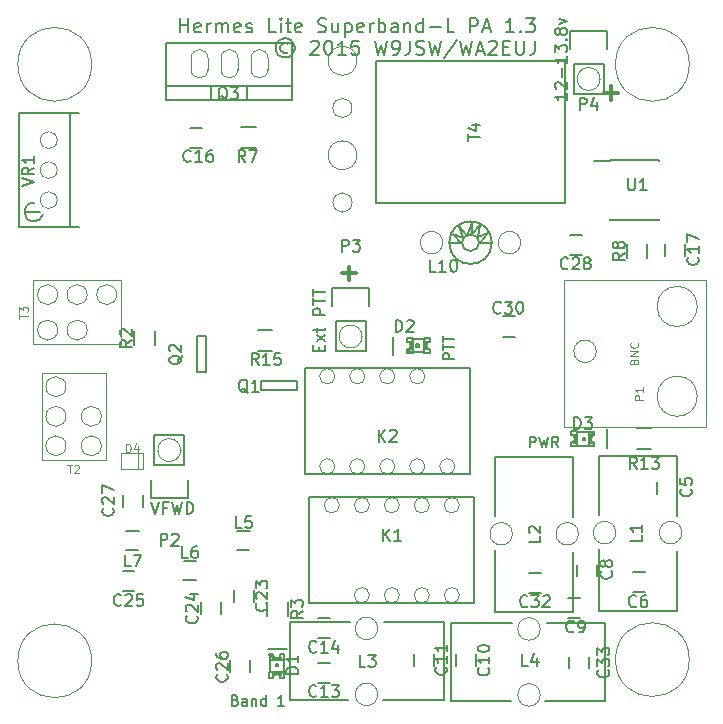
<source format=gto>
%FSLAX46Y46*%
G04 Gerber Fmt 4.6, Leading zero omitted, Abs format (unit mm)*
G04 Created by KiCad (PCBNEW (2014-10-27 BZR 5228)-product) date 22/05/2015 08:20:29*
%MOMM*%
G01*
G04 APERTURE LIST*
%ADD10C,0.100000*%
%ADD11C,0.300000*%
%ADD12C,0.152400*%
%ADD13C,0.200000*%
%ADD14C,0.150000*%
G04 APERTURE END LIST*
D10*
D11*
X164571428Y-57207143D02*
X163428571Y-57207143D01*
X164000000Y-57778571D02*
X164000000Y-56635714D01*
X186771428Y-41907143D02*
X185628571Y-41907143D01*
X186200000Y-42478571D02*
X186200000Y-41335714D01*
D12*
X154395001Y-93336500D02*
X154522001Y-93378833D01*
X154564334Y-93421167D01*
X154606668Y-93505833D01*
X154606668Y-93632833D01*
X154564334Y-93717500D01*
X154522001Y-93759833D01*
X154437334Y-93802167D01*
X154098668Y-93802167D01*
X154098668Y-92913167D01*
X154395001Y-92913167D01*
X154479668Y-92955500D01*
X154522001Y-92997833D01*
X154564334Y-93082500D01*
X154564334Y-93167167D01*
X154522001Y-93251833D01*
X154479668Y-93294167D01*
X154395001Y-93336500D01*
X154098668Y-93336500D01*
X155368668Y-93802167D02*
X155368668Y-93336500D01*
X155326334Y-93251833D01*
X155241668Y-93209500D01*
X155072334Y-93209500D01*
X154987668Y-93251833D01*
X155368668Y-93759833D02*
X155284001Y-93802167D01*
X155072334Y-93802167D01*
X154987668Y-93759833D01*
X154945334Y-93675167D01*
X154945334Y-93590500D01*
X154987668Y-93505833D01*
X155072334Y-93463500D01*
X155284001Y-93463500D01*
X155368668Y-93421167D01*
X155792001Y-93209500D02*
X155792001Y-93802167D01*
X155792001Y-93294167D02*
X155834334Y-93251833D01*
X155919001Y-93209500D01*
X156046001Y-93209500D01*
X156130667Y-93251833D01*
X156173001Y-93336500D01*
X156173001Y-93802167D01*
X156977334Y-93802167D02*
X156977334Y-92913167D01*
X156977334Y-93759833D02*
X156892667Y-93802167D01*
X156723334Y-93802167D01*
X156638667Y-93759833D01*
X156596334Y-93717500D01*
X156554000Y-93632833D01*
X156554000Y-93378833D01*
X156596334Y-93294167D01*
X156638667Y-93251833D01*
X156723334Y-93209500D01*
X156892667Y-93209500D01*
X156977334Y-93251833D01*
X158543666Y-93802167D02*
X158035666Y-93802167D01*
X158289666Y-93802167D02*
X158289666Y-92913167D01*
X158205000Y-93040167D01*
X158120333Y-93124833D01*
X158035666Y-93167167D01*
X179314667Y-71902167D02*
X179314667Y-71013167D01*
X179653333Y-71013167D01*
X179738000Y-71055500D01*
X179780333Y-71097833D01*
X179822667Y-71182500D01*
X179822667Y-71309500D01*
X179780333Y-71394167D01*
X179738000Y-71436500D01*
X179653333Y-71478833D01*
X179314667Y-71478833D01*
X180119000Y-71013167D02*
X180330667Y-71902167D01*
X180500000Y-71267167D01*
X180669333Y-71902167D01*
X180881000Y-71013167D01*
X181727667Y-71902167D02*
X181431333Y-71478833D01*
X181219667Y-71902167D02*
X181219667Y-71013167D01*
X181558333Y-71013167D01*
X181643000Y-71055500D01*
X181685333Y-71097833D01*
X181727667Y-71182500D01*
X181727667Y-71309500D01*
X181685333Y-71394167D01*
X181643000Y-71436500D01*
X181558333Y-71478833D01*
X181219667Y-71478833D01*
X172902167Y-64410166D02*
X172013167Y-64410166D01*
X172013167Y-64071500D01*
X172055500Y-63986833D01*
X172097833Y-63944500D01*
X172182500Y-63902166D01*
X172309500Y-63902166D01*
X172394167Y-63944500D01*
X172436500Y-63986833D01*
X172478833Y-64071500D01*
X172478833Y-64410166D01*
X172013167Y-63648166D02*
X172013167Y-63140166D01*
X172902167Y-63394166D02*
X172013167Y-63394166D01*
X172013167Y-62970833D02*
X172013167Y-62462833D01*
X172902167Y-62716833D02*
X172013167Y-62716833D01*
D13*
X167700000Y-64100000D02*
X167700000Y-62600000D01*
X157150000Y-89000000D02*
X158750000Y-89000000D01*
X185900000Y-70400000D02*
X185900000Y-72000000D01*
X149728572Y-36802857D02*
X149728572Y-35602857D01*
X149728572Y-36174286D02*
X150414287Y-36174286D01*
X150414287Y-36802857D02*
X150414287Y-35602857D01*
X151442858Y-36745714D02*
X151328572Y-36802857D01*
X151100001Y-36802857D01*
X150985715Y-36745714D01*
X150928572Y-36631429D01*
X150928572Y-36174286D01*
X150985715Y-36060000D01*
X151100001Y-36002857D01*
X151328572Y-36002857D01*
X151442858Y-36060000D01*
X151500001Y-36174286D01*
X151500001Y-36288571D01*
X150928572Y-36402857D01*
X152014286Y-36802857D02*
X152014286Y-36002857D01*
X152014286Y-36231429D02*
X152071429Y-36117143D01*
X152128572Y-36060000D01*
X152242858Y-36002857D01*
X152357143Y-36002857D01*
X152757143Y-36802857D02*
X152757143Y-36002857D01*
X152757143Y-36117143D02*
X152814286Y-36060000D01*
X152928572Y-36002857D01*
X153100000Y-36002857D01*
X153214286Y-36060000D01*
X153271429Y-36174286D01*
X153271429Y-36802857D01*
X153271429Y-36174286D02*
X153328572Y-36060000D01*
X153442858Y-36002857D01*
X153614286Y-36002857D01*
X153728572Y-36060000D01*
X153785715Y-36174286D01*
X153785715Y-36802857D01*
X154814286Y-36745714D02*
X154700000Y-36802857D01*
X154471429Y-36802857D01*
X154357143Y-36745714D01*
X154300000Y-36631429D01*
X154300000Y-36174286D01*
X154357143Y-36060000D01*
X154471429Y-36002857D01*
X154700000Y-36002857D01*
X154814286Y-36060000D01*
X154871429Y-36174286D01*
X154871429Y-36288571D01*
X154300000Y-36402857D01*
X155328571Y-36745714D02*
X155442857Y-36802857D01*
X155671429Y-36802857D01*
X155785714Y-36745714D01*
X155842857Y-36631429D01*
X155842857Y-36574286D01*
X155785714Y-36460000D01*
X155671429Y-36402857D01*
X155500000Y-36402857D01*
X155385714Y-36345714D01*
X155328571Y-36231429D01*
X155328571Y-36174286D01*
X155385714Y-36060000D01*
X155500000Y-36002857D01*
X155671429Y-36002857D01*
X155785714Y-36060000D01*
X157842858Y-36802857D02*
X157271429Y-36802857D01*
X157271429Y-35602857D01*
X158242858Y-36802857D02*
X158242858Y-36002857D01*
X158242858Y-35602857D02*
X158185715Y-35660000D01*
X158242858Y-35717143D01*
X158300001Y-35660000D01*
X158242858Y-35602857D01*
X158242858Y-35717143D01*
X158642859Y-36002857D02*
X159100002Y-36002857D01*
X158814287Y-35602857D02*
X158814287Y-36631429D01*
X158871430Y-36745714D01*
X158985716Y-36802857D01*
X159100002Y-36802857D01*
X159957144Y-36745714D02*
X159842858Y-36802857D01*
X159614287Y-36802857D01*
X159500001Y-36745714D01*
X159442858Y-36631429D01*
X159442858Y-36174286D01*
X159500001Y-36060000D01*
X159614287Y-36002857D01*
X159842858Y-36002857D01*
X159957144Y-36060000D01*
X160014287Y-36174286D01*
X160014287Y-36288571D01*
X159442858Y-36402857D01*
X161385715Y-36745714D02*
X161557144Y-36802857D01*
X161842858Y-36802857D01*
X161957144Y-36745714D01*
X162014287Y-36688571D01*
X162071430Y-36574286D01*
X162071430Y-36460000D01*
X162014287Y-36345714D01*
X161957144Y-36288571D01*
X161842858Y-36231429D01*
X161614287Y-36174286D01*
X161500001Y-36117143D01*
X161442858Y-36060000D01*
X161385715Y-35945714D01*
X161385715Y-35831429D01*
X161442858Y-35717143D01*
X161500001Y-35660000D01*
X161614287Y-35602857D01*
X161900001Y-35602857D01*
X162071430Y-35660000D01*
X163100001Y-36002857D02*
X163100001Y-36802857D01*
X162585715Y-36002857D02*
X162585715Y-36631429D01*
X162642858Y-36745714D01*
X162757144Y-36802857D01*
X162928572Y-36802857D01*
X163042858Y-36745714D01*
X163100001Y-36688571D01*
X163671429Y-36002857D02*
X163671429Y-37202857D01*
X163671429Y-36060000D02*
X163785715Y-36002857D01*
X164014286Y-36002857D01*
X164128572Y-36060000D01*
X164185715Y-36117143D01*
X164242858Y-36231429D01*
X164242858Y-36574286D01*
X164185715Y-36688571D01*
X164128572Y-36745714D01*
X164014286Y-36802857D01*
X163785715Y-36802857D01*
X163671429Y-36745714D01*
X165214286Y-36745714D02*
X165100000Y-36802857D01*
X164871429Y-36802857D01*
X164757143Y-36745714D01*
X164700000Y-36631429D01*
X164700000Y-36174286D01*
X164757143Y-36060000D01*
X164871429Y-36002857D01*
X165100000Y-36002857D01*
X165214286Y-36060000D01*
X165271429Y-36174286D01*
X165271429Y-36288571D01*
X164700000Y-36402857D01*
X165785714Y-36802857D02*
X165785714Y-36002857D01*
X165785714Y-36231429D02*
X165842857Y-36117143D01*
X165900000Y-36060000D01*
X166014286Y-36002857D01*
X166128571Y-36002857D01*
X166528571Y-36802857D02*
X166528571Y-35602857D01*
X166528571Y-36060000D02*
X166642857Y-36002857D01*
X166871428Y-36002857D01*
X166985714Y-36060000D01*
X167042857Y-36117143D01*
X167100000Y-36231429D01*
X167100000Y-36574286D01*
X167042857Y-36688571D01*
X166985714Y-36745714D01*
X166871428Y-36802857D01*
X166642857Y-36802857D01*
X166528571Y-36745714D01*
X168128571Y-36802857D02*
X168128571Y-36174286D01*
X168071428Y-36060000D01*
X167957142Y-36002857D01*
X167728571Y-36002857D01*
X167614285Y-36060000D01*
X168128571Y-36745714D02*
X168014285Y-36802857D01*
X167728571Y-36802857D01*
X167614285Y-36745714D01*
X167557142Y-36631429D01*
X167557142Y-36517143D01*
X167614285Y-36402857D01*
X167728571Y-36345714D01*
X168014285Y-36345714D01*
X168128571Y-36288571D01*
X168699999Y-36002857D02*
X168699999Y-36802857D01*
X168699999Y-36117143D02*
X168757142Y-36060000D01*
X168871428Y-36002857D01*
X169042856Y-36002857D01*
X169157142Y-36060000D01*
X169214285Y-36174286D01*
X169214285Y-36802857D01*
X170299999Y-36802857D02*
X170299999Y-35602857D01*
X170299999Y-36745714D02*
X170185713Y-36802857D01*
X169957142Y-36802857D01*
X169842856Y-36745714D01*
X169785713Y-36688571D01*
X169728570Y-36574286D01*
X169728570Y-36231429D01*
X169785713Y-36117143D01*
X169842856Y-36060000D01*
X169957142Y-36002857D01*
X170185713Y-36002857D01*
X170299999Y-36060000D01*
X170871427Y-36345714D02*
X171785713Y-36345714D01*
X172928570Y-36802857D02*
X172357141Y-36802857D01*
X172357141Y-35602857D01*
X174242856Y-36802857D02*
X174242856Y-35602857D01*
X174699999Y-35602857D01*
X174814285Y-35660000D01*
X174871428Y-35717143D01*
X174928571Y-35831429D01*
X174928571Y-36002857D01*
X174871428Y-36117143D01*
X174814285Y-36174286D01*
X174699999Y-36231429D01*
X174242856Y-36231429D01*
X175385713Y-36460000D02*
X175957142Y-36460000D01*
X175271428Y-36802857D02*
X175671428Y-35602857D01*
X176071428Y-36802857D01*
X178014285Y-36802857D02*
X177328570Y-36802857D01*
X177671428Y-36802857D02*
X177671428Y-35602857D01*
X177557142Y-35774286D01*
X177442856Y-35888571D01*
X177328570Y-35945714D01*
X178528570Y-36688571D02*
X178585713Y-36745714D01*
X178528570Y-36802857D01*
X178471427Y-36745714D01*
X178528570Y-36688571D01*
X178528570Y-36802857D01*
X178985714Y-35602857D02*
X179728571Y-35602857D01*
X179328571Y-36060000D01*
X179499999Y-36060000D01*
X179614285Y-36117143D01*
X179671428Y-36174286D01*
X179728571Y-36288571D01*
X179728571Y-36574286D01*
X179671428Y-36688571D01*
X179614285Y-36745714D01*
X179499999Y-36802857D01*
X179157142Y-36802857D01*
X179042856Y-36745714D01*
X178985714Y-36688571D01*
X158842858Y-37768571D02*
X158728572Y-37711429D01*
X158500001Y-37711429D01*
X158385715Y-37768571D01*
X158271429Y-37882857D01*
X158214286Y-37997143D01*
X158214286Y-38225714D01*
X158271429Y-38340000D01*
X158385715Y-38454286D01*
X158500001Y-38511429D01*
X158728572Y-38511429D01*
X158842858Y-38454286D01*
X158614286Y-37311429D02*
X158328572Y-37368571D01*
X158042858Y-37540000D01*
X157871429Y-37825714D01*
X157814286Y-38111429D01*
X157871429Y-38397143D01*
X158042858Y-38682857D01*
X158328572Y-38854286D01*
X158614286Y-38911429D01*
X158900001Y-38854286D01*
X159185715Y-38682857D01*
X159357144Y-38397143D01*
X159414286Y-38111429D01*
X159357144Y-37825714D01*
X159185715Y-37540000D01*
X158900001Y-37368571D01*
X158614286Y-37311429D01*
X160785715Y-37597143D02*
X160842858Y-37540000D01*
X160957144Y-37482857D01*
X161242858Y-37482857D01*
X161357144Y-37540000D01*
X161414287Y-37597143D01*
X161471430Y-37711429D01*
X161471430Y-37825714D01*
X161414287Y-37997143D01*
X160728573Y-38682857D01*
X161471430Y-38682857D01*
X162214287Y-37482857D02*
X162328572Y-37482857D01*
X162442858Y-37540000D01*
X162500001Y-37597143D01*
X162557144Y-37711429D01*
X162614287Y-37940000D01*
X162614287Y-38225714D01*
X162557144Y-38454286D01*
X162500001Y-38568571D01*
X162442858Y-38625714D01*
X162328572Y-38682857D01*
X162214287Y-38682857D01*
X162100001Y-38625714D01*
X162042858Y-38568571D01*
X161985715Y-38454286D01*
X161928572Y-38225714D01*
X161928572Y-37940000D01*
X161985715Y-37711429D01*
X162042858Y-37597143D01*
X162100001Y-37540000D01*
X162214287Y-37482857D01*
X163757144Y-38682857D02*
X163071429Y-38682857D01*
X163414287Y-38682857D02*
X163414287Y-37482857D01*
X163300001Y-37654286D01*
X163185715Y-37768571D01*
X163071429Y-37825714D01*
X164842858Y-37482857D02*
X164271429Y-37482857D01*
X164214286Y-38054286D01*
X164271429Y-37997143D01*
X164385715Y-37940000D01*
X164671429Y-37940000D01*
X164785715Y-37997143D01*
X164842858Y-38054286D01*
X164900001Y-38168571D01*
X164900001Y-38454286D01*
X164842858Y-38568571D01*
X164785715Y-38625714D01*
X164671429Y-38682857D01*
X164385715Y-38682857D01*
X164271429Y-38625714D01*
X164214286Y-38568571D01*
X166214287Y-37482857D02*
X166500001Y-38682857D01*
X166728572Y-37825714D01*
X166957144Y-38682857D01*
X167242858Y-37482857D01*
X167757144Y-38682857D02*
X167985716Y-38682857D01*
X168100001Y-38625714D01*
X168157144Y-38568571D01*
X168271430Y-38397143D01*
X168328573Y-38168571D01*
X168328573Y-37711429D01*
X168271430Y-37597143D01*
X168214287Y-37540000D01*
X168100001Y-37482857D01*
X167871430Y-37482857D01*
X167757144Y-37540000D01*
X167700001Y-37597143D01*
X167642858Y-37711429D01*
X167642858Y-37997143D01*
X167700001Y-38111429D01*
X167757144Y-38168571D01*
X167871430Y-38225714D01*
X168100001Y-38225714D01*
X168214287Y-38168571D01*
X168271430Y-38111429D01*
X168328573Y-37997143D01*
X169185715Y-37482857D02*
X169185715Y-38340000D01*
X169128573Y-38511429D01*
X169014287Y-38625714D01*
X168842858Y-38682857D01*
X168728573Y-38682857D01*
X169700001Y-38625714D02*
X169871430Y-38682857D01*
X170157144Y-38682857D01*
X170271430Y-38625714D01*
X170328573Y-38568571D01*
X170385716Y-38454286D01*
X170385716Y-38340000D01*
X170328573Y-38225714D01*
X170271430Y-38168571D01*
X170157144Y-38111429D01*
X169928573Y-38054286D01*
X169814287Y-37997143D01*
X169757144Y-37940000D01*
X169700001Y-37825714D01*
X169700001Y-37711429D01*
X169757144Y-37597143D01*
X169814287Y-37540000D01*
X169928573Y-37482857D01*
X170214287Y-37482857D01*
X170385716Y-37540000D01*
X170785716Y-37482857D02*
X171071430Y-38682857D01*
X171300001Y-37825714D01*
X171528573Y-38682857D01*
X171814287Y-37482857D01*
X173128573Y-37425714D02*
X172100002Y-38968571D01*
X173414288Y-37482857D02*
X173700002Y-38682857D01*
X173928573Y-37825714D01*
X174157145Y-38682857D01*
X174442859Y-37482857D01*
X174842859Y-38340000D02*
X175414288Y-38340000D01*
X174728574Y-38682857D02*
X175128574Y-37482857D01*
X175528574Y-38682857D01*
X175871430Y-37597143D02*
X175928573Y-37540000D01*
X176042859Y-37482857D01*
X176328573Y-37482857D01*
X176442859Y-37540000D01*
X176500002Y-37597143D01*
X176557145Y-37711429D01*
X176557145Y-37825714D01*
X176500002Y-37997143D01*
X175814288Y-38682857D01*
X176557145Y-38682857D01*
X177071430Y-38054286D02*
X177471430Y-38054286D01*
X177642859Y-38682857D02*
X177071430Y-38682857D01*
X177071430Y-37482857D01*
X177642859Y-37482857D01*
X178157144Y-37482857D02*
X178157144Y-38454286D01*
X178214287Y-38568571D01*
X178271430Y-38625714D01*
X178385716Y-38682857D01*
X178614287Y-38682857D01*
X178728573Y-38625714D01*
X178785716Y-38568571D01*
X178842859Y-38454286D01*
X178842859Y-37482857D01*
X179757144Y-37482857D02*
X179757144Y-38340000D01*
X179700002Y-38511429D01*
X179585716Y-38625714D01*
X179414287Y-38682857D01*
X179300002Y-38682857D01*
D14*
X190050000Y-74900000D02*
X190050000Y-75900000D01*
X191750000Y-75900000D02*
X191750000Y-74900000D01*
X188050000Y-84200000D02*
X189050000Y-84200000D01*
X189050000Y-82500000D02*
X188050000Y-82500000D01*
X185000000Y-82850000D02*
X185000000Y-81850000D01*
X183300000Y-81850000D02*
X183300000Y-82850000D01*
X183550000Y-84650000D02*
X182550000Y-84650000D01*
X182550000Y-86350000D02*
X183550000Y-86350000D01*
X173050000Y-89400000D02*
X173050000Y-90400000D01*
X174750000Y-90400000D02*
X174750000Y-89400000D01*
X171200000Y-90400000D02*
X171200000Y-89400000D01*
X169500000Y-89400000D02*
X169500000Y-90400000D01*
X161400000Y-91850000D02*
X162400000Y-91850000D01*
X162400000Y-90150000D02*
X161400000Y-90150000D01*
X150550000Y-46550000D02*
X151550000Y-46550000D01*
X151550000Y-44850000D02*
X150550000Y-44850000D01*
X192450000Y-55700000D02*
X192450000Y-54700000D01*
X190750000Y-54700000D02*
X190750000Y-55700000D01*
X160640000Y-76145000D02*
X174640000Y-76145000D01*
X174640000Y-76145000D02*
X174640000Y-85145000D01*
X174640000Y-85145000D02*
X160640000Y-85145000D01*
X160640000Y-85145000D02*
X160640000Y-76145000D01*
X174259000Y-74223000D02*
X160259000Y-74223000D01*
X160259000Y-74223000D02*
X160259000Y-65223000D01*
X160259000Y-65223000D02*
X174259000Y-65223000D01*
X174259000Y-65223000D02*
X174259000Y-74223000D01*
X185146000Y-85750000D02*
X185146000Y-80543000D01*
X185146000Y-72669000D02*
X185146000Y-77622000D01*
X191750000Y-85750000D02*
X191750000Y-80670000D01*
X191750000Y-72669000D02*
X191750000Y-77749000D01*
X191750000Y-72669000D02*
X185146000Y-72669000D01*
X185146000Y-85750000D02*
X191750000Y-85750000D01*
X176396000Y-85850000D02*
X176396000Y-80643000D01*
X176396000Y-72769000D02*
X176396000Y-77722000D01*
X183000000Y-85850000D02*
X183000000Y-80770000D01*
X183000000Y-72769000D02*
X183000000Y-77849000D01*
X183000000Y-72769000D02*
X176396000Y-72769000D01*
X176396000Y-85850000D02*
X183000000Y-85850000D01*
X172100000Y-93354000D02*
X166893000Y-93354000D01*
X159019000Y-93354000D02*
X163972000Y-93354000D01*
X172100000Y-86750000D02*
X167020000Y-86750000D01*
X159019000Y-86750000D02*
X164099000Y-86750000D01*
X159019000Y-86750000D02*
X159019000Y-93354000D01*
X172100000Y-93354000D02*
X172100000Y-86750000D01*
X172650000Y-86796000D02*
X177857000Y-86796000D01*
X185731000Y-86796000D02*
X180778000Y-86796000D01*
X172650000Y-93400000D02*
X177730000Y-93400000D01*
X185731000Y-93400000D02*
X180651000Y-93400000D01*
X185731000Y-93400000D02*
X185731000Y-86796000D01*
X172650000Y-86796000D02*
X172650000Y-93400000D01*
D10*
X191800000Y-70200000D02*
X182200000Y-70200000D01*
X182200000Y-70200000D02*
X182200000Y-57800000D01*
X182200000Y-57800000D02*
X194200000Y-57800000D01*
X194200000Y-57800000D02*
X194200000Y-70200000D01*
X194200000Y-70200000D02*
X191800000Y-70200000D01*
X143400000Y-65600000D02*
X143400000Y-73000000D01*
X143400000Y-73000000D02*
X138000000Y-73000000D01*
X138000000Y-73000000D02*
X138000000Y-65600000D01*
X138000000Y-65600000D02*
X143400000Y-65600000D01*
X144700000Y-63200000D02*
X137300000Y-63200000D01*
X137300000Y-63200000D02*
X137300000Y-57800000D01*
X137300000Y-57800000D02*
X144700000Y-57800000D01*
X144700000Y-57800000D02*
X144700000Y-63200000D01*
D14*
X166261700Y-39199300D02*
X182261700Y-39199300D01*
X182261700Y-39199300D02*
X182261700Y-51199300D01*
X182261700Y-51199300D02*
X166261700Y-51199300D01*
X166261700Y-51199300D02*
X166261700Y-39199300D01*
X186126300Y-47564600D02*
X186126300Y-47709600D01*
X190276300Y-47564600D02*
X190276300Y-47709600D01*
X190276300Y-52714600D02*
X190276300Y-52569600D01*
X186126300Y-52714600D02*
X186126300Y-52569600D01*
X186126300Y-47564600D02*
X190276300Y-47564600D01*
X186126300Y-52714600D02*
X190276300Y-52714600D01*
X186126300Y-47709600D02*
X184726300Y-47709600D01*
X136568000Y-52016000D02*
X137838000Y-52016000D01*
X137317300Y-51228600D02*
X137063300Y-51266700D01*
X137063300Y-51266700D02*
X136783900Y-51444500D01*
X136783900Y-51444500D02*
X136568000Y-51762000D01*
X136568000Y-51762000D02*
X136555300Y-52206500D01*
X136555300Y-52206500D02*
X136758500Y-52562100D01*
X136758500Y-52562100D02*
X137050600Y-52739900D01*
X137050600Y-52739900D02*
X137368100Y-52790700D01*
X137368100Y-52790700D02*
X137774500Y-52689100D01*
X137774500Y-52689100D02*
X138028500Y-52346200D01*
X138028500Y-52346200D02*
X138117400Y-52168400D01*
X140378000Y-43634000D02*
X140378000Y-53286000D01*
X137330000Y-53286000D02*
X136060000Y-53286000D01*
X136060000Y-53286000D02*
X136060000Y-43634000D01*
X136060000Y-43634000D02*
X141140000Y-43634000D01*
X141140000Y-53286000D02*
X138600000Y-53286000D01*
X138600000Y-53286000D02*
X137330000Y-53286000D01*
X155417520Y-42499280D02*
X155417520Y-41356280D01*
X152369520Y-42499280D02*
X152369520Y-41356280D01*
X148559520Y-41356280D02*
X148559520Y-37673280D01*
X148559520Y-37673280D02*
X159227520Y-37673280D01*
X159227520Y-37673280D02*
X159227520Y-41356280D01*
X148559520Y-42499280D02*
X148559520Y-41356280D01*
X148559520Y-41356280D02*
X159227520Y-41356280D01*
X159227520Y-41356280D02*
X159227520Y-42499280D01*
X153893520Y-42499280D02*
X159227520Y-42499280D01*
X153893520Y-42499280D02*
X148559520Y-42499280D01*
X155650000Y-90950000D02*
X155650000Y-89950000D01*
X153950000Y-89950000D02*
X153950000Y-90950000D01*
X182700000Y-55650000D02*
X183700000Y-55650000D01*
X183700000Y-53950000D02*
X182700000Y-53950000D01*
X176100860Y-54600000D02*
X175100100Y-54600000D01*
X175100100Y-54600000D02*
X175801140Y-53799900D01*
X175801140Y-53799900D02*
X174899440Y-54099620D01*
X174899440Y-54099620D02*
X175100100Y-53098860D01*
X175100100Y-53098860D02*
X174399060Y-53898960D01*
X174399060Y-53898960D02*
X174399060Y-52900740D01*
X174399060Y-52900740D02*
X174000280Y-54000560D01*
X174000280Y-54000560D02*
X173299240Y-53200460D01*
X173299240Y-53200460D02*
X173700560Y-54201220D01*
X173700560Y-54201220D02*
X172798860Y-53898960D01*
X172798860Y-53898960D02*
X173499900Y-54600000D01*
X173499900Y-54600000D02*
X172600740Y-54600000D01*
X175001040Y-54600000D02*
G75*
G03X175001040Y-54600000I-701040J0D01*
G01*
X176100860Y-54600000D02*
G75*
G03X176100860Y-54600000I-1800860J0D01*
G01*
X161400000Y-88100000D02*
X162400000Y-88100000D01*
X162400000Y-86400000D02*
X161400000Y-86400000D01*
X154900000Y-44825000D02*
X156100000Y-44825000D01*
X156100000Y-46575000D02*
X154900000Y-46575000D01*
X187525000Y-55900000D02*
X187525000Y-54700000D01*
X189275000Y-54700000D02*
X189275000Y-55900000D01*
X178050000Y-60850000D02*
X177050000Y-60850000D01*
X177050000Y-62550000D02*
X178050000Y-62550000D01*
X147575000Y-62100000D02*
X147575000Y-63300000D01*
X145825000Y-63300000D02*
X145825000Y-62100000D01*
X158199720Y-89952160D02*
X158524840Y-89952160D01*
X158524840Y-89952160D02*
X158524840Y-89451780D01*
X158199720Y-89451780D02*
X158524840Y-89451780D01*
X158199720Y-89952160D02*
X158199720Y-89451780D01*
X157577420Y-89952160D02*
X157727280Y-89952160D01*
X157727280Y-89952160D02*
X157727280Y-89700700D01*
X157577420Y-89700700D02*
X157727280Y-89700700D01*
X157577420Y-89952160D02*
X157577420Y-89700700D01*
X158072720Y-89952160D02*
X158222580Y-89952160D01*
X158222580Y-89952160D02*
X158222580Y-89700700D01*
X158072720Y-89700700D02*
X158222580Y-89700700D01*
X158072720Y-89952160D02*
X158072720Y-89700700D01*
X157701880Y-89952160D02*
X158098120Y-89952160D01*
X158098120Y-89952160D02*
X158098120Y-89776900D01*
X157701880Y-89776900D02*
X158098120Y-89776900D01*
X157701880Y-89952160D02*
X157701880Y-89776900D01*
X158199720Y-91448220D02*
X158524840Y-91448220D01*
X158524840Y-91448220D02*
X158524840Y-90947840D01*
X158199720Y-90947840D02*
X158524840Y-90947840D01*
X158199720Y-91448220D02*
X158199720Y-90947840D01*
X157275160Y-91448220D02*
X157600280Y-91448220D01*
X157600280Y-91448220D02*
X157600280Y-90947840D01*
X157275160Y-90947840D02*
X157600280Y-90947840D01*
X157275160Y-91448220D02*
X157275160Y-90947840D01*
X158072720Y-91199300D02*
X158222580Y-91199300D01*
X158222580Y-91199300D02*
X158222580Y-90947840D01*
X158072720Y-90947840D02*
X158222580Y-90947840D01*
X158072720Y-91199300D02*
X158072720Y-90947840D01*
X157577420Y-91199300D02*
X157727280Y-91199300D01*
X157727280Y-91199300D02*
X157727280Y-90947840D01*
X157577420Y-90947840D02*
X157727280Y-90947840D01*
X157577420Y-91199300D02*
X157577420Y-90947840D01*
X157701880Y-91123100D02*
X158098120Y-91123100D01*
X158098120Y-91123100D02*
X158098120Y-90947840D01*
X157701880Y-90947840D02*
X158098120Y-90947840D01*
X157701880Y-91123100D02*
X157701880Y-90947840D01*
X157800940Y-90450000D02*
X157999060Y-90450000D01*
X157999060Y-90450000D02*
X157999060Y-90251880D01*
X157800940Y-90251880D02*
X157999060Y-90251880D01*
X157800940Y-90450000D02*
X157800940Y-90251880D01*
X157300560Y-89952160D02*
X157600280Y-89952160D01*
X157600280Y-89952160D02*
X157600280Y-89652440D01*
X157300560Y-89652440D02*
X157600280Y-89652440D01*
X157300560Y-89952160D02*
X157300560Y-89652440D01*
X157275160Y-89525440D02*
X157501220Y-89525440D01*
X157501220Y-89525440D02*
X157501220Y-89451780D01*
X157275160Y-89451780D02*
X157501220Y-89451780D01*
X157275160Y-89525440D02*
X157275160Y-89451780D01*
X158474040Y-89926760D02*
X158474040Y-90973240D01*
X157325960Y-90947840D02*
X157325960Y-89525440D01*
X157522262Y-89601640D02*
G75*
G03X157522262Y-89601640I-71842J0D01*
G01*
X157552020Y-89451780D02*
G75*
G03X158247980Y-89451780I347980J0D01*
G01*
X158247980Y-91448220D02*
G75*
G03X157552020Y-91448220I-347980J0D01*
G01*
X169402160Y-63000280D02*
X169402160Y-62675160D01*
X169402160Y-62675160D02*
X168901780Y-62675160D01*
X168901780Y-63000280D02*
X168901780Y-62675160D01*
X169402160Y-63000280D02*
X168901780Y-63000280D01*
X169402160Y-63622580D02*
X169402160Y-63472720D01*
X169402160Y-63472720D02*
X169150700Y-63472720D01*
X169150700Y-63622580D02*
X169150700Y-63472720D01*
X169402160Y-63622580D02*
X169150700Y-63622580D01*
X169402160Y-63127280D02*
X169402160Y-62977420D01*
X169402160Y-62977420D02*
X169150700Y-62977420D01*
X169150700Y-63127280D02*
X169150700Y-62977420D01*
X169402160Y-63127280D02*
X169150700Y-63127280D01*
X169402160Y-63498120D02*
X169402160Y-63101880D01*
X169402160Y-63101880D02*
X169226900Y-63101880D01*
X169226900Y-63498120D02*
X169226900Y-63101880D01*
X169402160Y-63498120D02*
X169226900Y-63498120D01*
X170898220Y-63000280D02*
X170898220Y-62675160D01*
X170898220Y-62675160D02*
X170397840Y-62675160D01*
X170397840Y-63000280D02*
X170397840Y-62675160D01*
X170898220Y-63000280D02*
X170397840Y-63000280D01*
X170898220Y-63924840D02*
X170898220Y-63599720D01*
X170898220Y-63599720D02*
X170397840Y-63599720D01*
X170397840Y-63924840D02*
X170397840Y-63599720D01*
X170898220Y-63924840D02*
X170397840Y-63924840D01*
X170649300Y-63127280D02*
X170649300Y-62977420D01*
X170649300Y-62977420D02*
X170397840Y-62977420D01*
X170397840Y-63127280D02*
X170397840Y-62977420D01*
X170649300Y-63127280D02*
X170397840Y-63127280D01*
X170649300Y-63622580D02*
X170649300Y-63472720D01*
X170649300Y-63472720D02*
X170397840Y-63472720D01*
X170397840Y-63622580D02*
X170397840Y-63472720D01*
X170649300Y-63622580D02*
X170397840Y-63622580D01*
X170573100Y-63498120D02*
X170573100Y-63101880D01*
X170573100Y-63101880D02*
X170397840Y-63101880D01*
X170397840Y-63498120D02*
X170397840Y-63101880D01*
X170573100Y-63498120D02*
X170397840Y-63498120D01*
X169900000Y-63399060D02*
X169900000Y-63200940D01*
X169900000Y-63200940D02*
X169701880Y-63200940D01*
X169701880Y-63399060D02*
X169701880Y-63200940D01*
X169900000Y-63399060D02*
X169701880Y-63399060D01*
X169402160Y-63899440D02*
X169402160Y-63599720D01*
X169402160Y-63599720D02*
X169102440Y-63599720D01*
X169102440Y-63899440D02*
X169102440Y-63599720D01*
X169402160Y-63899440D02*
X169102440Y-63899440D01*
X168975440Y-63924840D02*
X168975440Y-63698780D01*
X168975440Y-63698780D02*
X168901780Y-63698780D01*
X168901780Y-63924840D02*
X168901780Y-63698780D01*
X168975440Y-63924840D02*
X168901780Y-63924840D01*
X169376760Y-62725960D02*
X170423240Y-62725960D01*
X170397840Y-63874040D02*
X168975440Y-63874040D01*
X169123482Y-63749580D02*
G75*
G03X169123482Y-63749580I-71842J0D01*
G01*
X168901780Y-63647980D02*
G75*
G03X168901780Y-62952020I0J347980D01*
G01*
X170898220Y-62952020D02*
G75*
G03X170898220Y-63647980I0J-347980D01*
G01*
X184297840Y-71499720D02*
X184297840Y-71824840D01*
X184297840Y-71824840D02*
X184798220Y-71824840D01*
X184798220Y-71499720D02*
X184798220Y-71824840D01*
X184297840Y-71499720D02*
X184798220Y-71499720D01*
X184297840Y-70877420D02*
X184297840Y-71027280D01*
X184297840Y-71027280D02*
X184549300Y-71027280D01*
X184549300Y-70877420D02*
X184549300Y-71027280D01*
X184297840Y-70877420D02*
X184549300Y-70877420D01*
X184297840Y-71372720D02*
X184297840Y-71522580D01*
X184297840Y-71522580D02*
X184549300Y-71522580D01*
X184549300Y-71372720D02*
X184549300Y-71522580D01*
X184297840Y-71372720D02*
X184549300Y-71372720D01*
X184297840Y-71001880D02*
X184297840Y-71398120D01*
X184297840Y-71398120D02*
X184473100Y-71398120D01*
X184473100Y-71001880D02*
X184473100Y-71398120D01*
X184297840Y-71001880D02*
X184473100Y-71001880D01*
X182801780Y-71499720D02*
X182801780Y-71824840D01*
X182801780Y-71824840D02*
X183302160Y-71824840D01*
X183302160Y-71499720D02*
X183302160Y-71824840D01*
X182801780Y-71499720D02*
X183302160Y-71499720D01*
X182801780Y-70575160D02*
X182801780Y-70900280D01*
X182801780Y-70900280D02*
X183302160Y-70900280D01*
X183302160Y-70575160D02*
X183302160Y-70900280D01*
X182801780Y-70575160D02*
X183302160Y-70575160D01*
X183050700Y-71372720D02*
X183050700Y-71522580D01*
X183050700Y-71522580D02*
X183302160Y-71522580D01*
X183302160Y-71372720D02*
X183302160Y-71522580D01*
X183050700Y-71372720D02*
X183302160Y-71372720D01*
X183050700Y-70877420D02*
X183050700Y-71027280D01*
X183050700Y-71027280D02*
X183302160Y-71027280D01*
X183302160Y-70877420D02*
X183302160Y-71027280D01*
X183050700Y-70877420D02*
X183302160Y-70877420D01*
X183126900Y-71001880D02*
X183126900Y-71398120D01*
X183126900Y-71398120D02*
X183302160Y-71398120D01*
X183302160Y-71001880D02*
X183302160Y-71398120D01*
X183126900Y-71001880D02*
X183302160Y-71001880D01*
X183800000Y-71100940D02*
X183800000Y-71299060D01*
X183800000Y-71299060D02*
X183998120Y-71299060D01*
X183998120Y-71100940D02*
X183998120Y-71299060D01*
X183800000Y-71100940D02*
X183998120Y-71100940D01*
X184297840Y-70600560D02*
X184297840Y-70900280D01*
X184297840Y-70900280D02*
X184597560Y-70900280D01*
X184597560Y-70600560D02*
X184597560Y-70900280D01*
X184297840Y-70600560D02*
X184597560Y-70600560D01*
X184724560Y-70575160D02*
X184724560Y-70801220D01*
X184724560Y-70801220D02*
X184798220Y-70801220D01*
X184798220Y-70575160D02*
X184798220Y-70801220D01*
X184724560Y-70575160D02*
X184798220Y-70575160D01*
X184323240Y-71774040D02*
X183276760Y-71774040D01*
X183302160Y-70625960D02*
X184724560Y-70625960D01*
X184720202Y-70750420D02*
G75*
G03X184720202Y-70750420I-71842J0D01*
G01*
X184798220Y-70852020D02*
G75*
G03X184798220Y-71547980I0J-347980D01*
G01*
X182801780Y-71547980D02*
G75*
G03X182801780Y-70852020I0J347980D01*
G01*
X157075000Y-86250000D02*
X157075000Y-85050000D01*
X158825000Y-85050000D02*
X158825000Y-86250000D01*
X188400000Y-70325000D02*
X189600000Y-70325000D01*
X189600000Y-72075000D02*
X188400000Y-72075000D01*
X165420000Y-61270000D02*
X165420000Y-63810000D01*
X165700000Y-58450000D02*
X165700000Y-60000000D01*
X165420000Y-61270000D02*
X162880000Y-61270000D01*
X162600000Y-60000000D02*
X162600000Y-58450000D01*
X162600000Y-58450000D02*
X165700000Y-58450000D01*
X162880000Y-61270000D02*
X162880000Y-63810000D01*
X162880000Y-63810000D02*
X165420000Y-63810000D01*
X185570000Y-39470000D02*
X185570000Y-42010000D01*
X185850000Y-36650000D02*
X185850000Y-38200000D01*
X185570000Y-39470000D02*
X183030000Y-39470000D01*
X182750000Y-38200000D02*
X182750000Y-36650000D01*
X182750000Y-36650000D02*
X185850000Y-36650000D01*
X183030000Y-39470000D02*
X183030000Y-42010000D01*
X183030000Y-42010000D02*
X185570000Y-42010000D01*
X156576000Y-66319000D02*
X159624000Y-66319000D01*
X159624000Y-66319000D02*
X159624000Y-67081000D01*
X159624000Y-67081000D02*
X156576000Y-67081000D01*
X156576000Y-67081000D02*
X156576000Y-66319000D01*
X151119000Y-65574000D02*
X151119000Y-62526000D01*
X151119000Y-62526000D02*
X151881000Y-62526000D01*
X151881000Y-62526000D02*
X151881000Y-65574000D01*
X151881000Y-65574000D02*
X151119000Y-65574000D01*
X156300000Y-62025000D02*
X157500000Y-62025000D01*
X157500000Y-63775000D02*
X156300000Y-63775000D01*
D10*
X146150380Y-72398960D02*
X146150380Y-73801040D01*
X146549160Y-72398960D02*
X144750840Y-72398960D01*
X144750840Y-72398960D02*
X144750840Y-73801040D01*
X144750840Y-73801040D02*
X146549160Y-73801040D01*
X146549160Y-73801040D02*
X146549160Y-72398960D01*
D14*
X155950000Y-85000000D02*
X155950000Y-84000000D01*
X154250000Y-84000000D02*
X154250000Y-85000000D01*
X153200000Y-86050000D02*
X153200000Y-85050000D01*
X151500000Y-85050000D02*
X151500000Y-86050000D01*
X144850000Y-84100000D02*
X145850000Y-84100000D01*
X145850000Y-82400000D02*
X144850000Y-82400000D01*
X144900000Y-75950000D02*
X144900000Y-76950000D01*
X146600000Y-76950000D02*
X146600000Y-75950000D01*
X179250000Y-84250000D02*
X180250000Y-84250000D01*
X180250000Y-82550000D02*
X179250000Y-82550000D01*
X184350000Y-90650000D02*
X184350000Y-89650000D01*
X182650000Y-89650000D02*
X182650000Y-90650000D01*
X155601180Y-78999900D02*
X154549620Y-78999900D01*
X154498820Y-80600100D02*
X155550380Y-80600100D01*
X151101180Y-81549900D02*
X150049620Y-81549900D01*
X149998820Y-83150100D02*
X151050380Y-83150100D01*
X146201180Y-78999900D02*
X145149620Y-78999900D01*
X145098820Y-80600100D02*
X146150380Y-80600100D01*
X147530000Y-73430000D02*
X147530000Y-70890000D01*
X147250000Y-76250000D02*
X147250000Y-74700000D01*
X147530000Y-73430000D02*
X150070000Y-73430000D01*
X150350000Y-74700000D02*
X150350000Y-76250000D01*
X150350000Y-76250000D02*
X147250000Y-76250000D01*
X150070000Y-73430000D02*
X150070000Y-70890000D01*
X150070000Y-70890000D02*
X147530000Y-70890000D01*
D10*
X165748500Y-84455000D02*
G75*
G03X165748500Y-84455000I-648500J0D01*
G01*
X168288500Y-84455000D02*
G75*
G03X168288500Y-84455000I-648500J0D01*
G01*
X170828500Y-84455000D02*
G75*
G03X170828500Y-84455000I-648500J0D01*
G01*
X173368500Y-84455000D02*
G75*
G03X173368500Y-84455000I-648500J0D01*
G01*
X173368500Y-76835000D02*
G75*
G03X173368500Y-76835000I-648500J0D01*
G01*
X170828500Y-76835000D02*
G75*
G03X170828500Y-76835000I-648500J0D01*
G01*
X168288500Y-76835000D02*
G75*
G03X168288500Y-76835000I-648500J0D01*
G01*
X165748500Y-76835000D02*
G75*
G03X165748500Y-76835000I-648500J0D01*
G01*
X163208500Y-76835000D02*
G75*
G03X163208500Y-76835000I-648500J0D01*
G01*
X170447500Y-65913000D02*
G75*
G03X170447500Y-65913000I-648500J0D01*
G01*
X167907500Y-65913000D02*
G75*
G03X167907500Y-65913000I-648500J0D01*
G01*
X165367500Y-65913000D02*
G75*
G03X165367500Y-65913000I-648500J0D01*
G01*
X162827500Y-65913000D02*
G75*
G03X162827500Y-65913000I-648500J0D01*
G01*
X162827500Y-73533000D02*
G75*
G03X162827500Y-73533000I-648500J0D01*
G01*
X165367500Y-73533000D02*
G75*
G03X165367500Y-73533000I-648500J0D01*
G01*
X167907500Y-73533000D02*
G75*
G03X167907500Y-73533000I-648500J0D01*
G01*
X170447500Y-73533000D02*
G75*
G03X170447500Y-73533000I-648500J0D01*
G01*
X172987500Y-73533000D02*
G75*
G03X172987500Y-73533000I-648500J0D01*
G01*
X192191490Y-79146000D02*
G75*
G03X192191490Y-79146000I-949490J0D01*
G01*
X186603490Y-79146000D02*
G75*
G03X186603490Y-79146000I-949490J0D01*
G01*
X183441490Y-79246000D02*
G75*
G03X183441490Y-79246000I-949490J0D01*
G01*
X177853490Y-79246000D02*
G75*
G03X177853490Y-79246000I-949490J0D01*
G01*
X166445490Y-87258000D02*
G75*
G03X166445490Y-87258000I-949490J0D01*
G01*
X166445490Y-92846000D02*
G75*
G03X166445490Y-92846000I-949490J0D01*
G01*
X180203490Y-92892000D02*
G75*
G03X180203490Y-92892000I-949490J0D01*
G01*
X180203490Y-87304000D02*
G75*
G03X180203490Y-87304000I-949490J0D01*
G01*
X193500000Y-67600000D02*
G75*
G03X193500000Y-67600000I-1700000J0D01*
G01*
X193500000Y-60000000D02*
G75*
G03X193500000Y-60000000I-1700000J0D01*
G01*
X184950000Y-63800000D02*
G75*
G03X184950000Y-63800000I-950000J0D01*
G01*
X143050000Y-69300000D02*
G75*
G03X143050000Y-69300000I-850000J0D01*
G01*
X140050000Y-66800000D02*
G75*
G03X140050000Y-66800000I-850000J0D01*
G01*
X143050000Y-71800000D02*
G75*
G03X143050000Y-71800000I-850000J0D01*
G01*
X140050000Y-71800000D02*
G75*
G03X140050000Y-71800000I-850000J0D01*
G01*
X140050000Y-69300000D02*
G75*
G03X140050000Y-69300000I-850000J0D01*
G01*
X141850000Y-62000000D02*
G75*
G03X141850000Y-62000000I-850000J0D01*
G01*
X144350000Y-59000000D02*
G75*
G03X144350000Y-59000000I-850000J0D01*
G01*
X139350000Y-62000000D02*
G75*
G03X139350000Y-62000000I-850000J0D01*
G01*
X139350000Y-59000000D02*
G75*
G03X139350000Y-59000000I-850000J0D01*
G01*
X141850000Y-59000000D02*
G75*
G03X141850000Y-59000000I-850000J0D01*
G01*
X164681700Y-39199300D02*
G75*
G03X164681700Y-39199300I-1220000J0D01*
G01*
X164275300Y-43199300D02*
G75*
G03X164275300Y-43199300I-813600J0D01*
G01*
X164681700Y-47199300D02*
G75*
G03X164681700Y-47199300I-1220000J0D01*
G01*
X164275300Y-51199300D02*
G75*
G03X164275300Y-51199300I-813600J0D01*
G01*
X139312000Y-48460000D02*
G75*
G03X139312000Y-48460000I-712000J0D01*
G01*
X139312000Y-45920000D02*
G75*
G03X139312000Y-45920000I-712000J0D01*
G01*
X139312000Y-51000000D02*
G75*
G03X139312000Y-51000000I-712000J0D01*
G01*
X153192950Y-38952170D02*
X153192950Y-39950390D01*
X154594090Y-38952170D02*
X154594090Y-39950390D01*
X153192950Y-39950390D02*
G75*
G03X154594090Y-39950390I700570J0D01*
G01*
X154594090Y-38952170D02*
G75*
G03X153192950Y-38952170I-700570J0D01*
G01*
X155732950Y-38952170D02*
X155732950Y-39950390D01*
X157134090Y-38952170D02*
X157134090Y-39950390D01*
X155732950Y-39950390D02*
G75*
G03X157134090Y-39950390I700570J0D01*
G01*
X157134090Y-38952170D02*
G75*
G03X155732950Y-38952170I-700570J0D01*
G01*
X150652950Y-38952170D02*
X150652950Y-39950390D01*
X152054090Y-38952170D02*
X152054090Y-39950390D01*
X150652950Y-39950390D02*
G75*
G03X152054090Y-39950390I700570J0D01*
G01*
X152054090Y-38952170D02*
G75*
G03X150652950Y-38952170I-700570J0D01*
G01*
X178548950Y-54600000D02*
G75*
G03X178548950Y-54600000I-949490J0D01*
G01*
X171950030Y-54600000D02*
G75*
G03X171950030Y-54600000I-949490J0D01*
G01*
X192825000Y-39500000D02*
G75*
G03X192825000Y-39500000I-3125000J0D01*
G01*
X142225000Y-39500000D02*
G75*
G03X142225000Y-39500000I-3125000J0D01*
G01*
X192825000Y-89900000D02*
G75*
G03X192825000Y-89900000I-3125000J0D01*
G01*
X142225000Y-90000000D02*
G75*
G03X142225000Y-90000000I-3125000J0D01*
G01*
X163184000Y-62540000D02*
X163184000Y-62540000D01*
X165116000Y-62540000D02*
X165116000Y-62540000D01*
X163184000Y-62540000D02*
G75*
G03X165116000Y-62540000I966000J0D01*
G01*
X165116000Y-62540000D02*
G75*
G03X163184000Y-62540000I-966000J0D01*
G01*
X183334000Y-40740000D02*
X183334000Y-40740000D01*
X185266000Y-40740000D02*
X185266000Y-40740000D01*
X183334000Y-40740000D02*
G75*
G03X185266000Y-40740000I966000J0D01*
G01*
X185266000Y-40740000D02*
G75*
G03X183334000Y-40740000I-966000J0D01*
G01*
X149766000Y-72160000D02*
X149766000Y-72160000D01*
X147834000Y-72160000D02*
X147834000Y-72160000D01*
X149766000Y-72160000D02*
G75*
G03X147834000Y-72160000I-966000J0D01*
G01*
X147834000Y-72160000D02*
G75*
G03X149766000Y-72160000I966000J0D01*
G01*
D14*
X192957143Y-75466666D02*
X193004762Y-75514285D01*
X193052381Y-75657142D01*
X193052381Y-75752380D01*
X193004762Y-75895238D01*
X192909524Y-75990476D01*
X192814286Y-76038095D01*
X192623810Y-76085714D01*
X192480952Y-76085714D01*
X192290476Y-76038095D01*
X192195238Y-75990476D01*
X192100000Y-75895238D01*
X192052381Y-75752380D01*
X192052381Y-75657142D01*
X192100000Y-75514285D01*
X192147619Y-75466666D01*
X192052381Y-74561904D02*
X192052381Y-75038095D01*
X192528571Y-75085714D01*
X192480952Y-75038095D01*
X192433333Y-74942857D01*
X192433333Y-74704761D01*
X192480952Y-74609523D01*
X192528571Y-74561904D01*
X192623810Y-74514285D01*
X192861905Y-74514285D01*
X192957143Y-74561904D01*
X193004762Y-74609523D01*
X193052381Y-74704761D01*
X193052381Y-74942857D01*
X193004762Y-75038095D01*
X192957143Y-75085714D01*
X188333334Y-85357143D02*
X188285715Y-85404762D01*
X188142858Y-85452381D01*
X188047620Y-85452381D01*
X187904762Y-85404762D01*
X187809524Y-85309524D01*
X187761905Y-85214286D01*
X187714286Y-85023810D01*
X187714286Y-84880952D01*
X187761905Y-84690476D01*
X187809524Y-84595238D01*
X187904762Y-84500000D01*
X188047620Y-84452381D01*
X188142858Y-84452381D01*
X188285715Y-84500000D01*
X188333334Y-84547619D01*
X189190477Y-84452381D02*
X189000000Y-84452381D01*
X188904762Y-84500000D01*
X188857143Y-84547619D01*
X188761905Y-84690476D01*
X188714286Y-84880952D01*
X188714286Y-85261905D01*
X188761905Y-85357143D01*
X188809524Y-85404762D01*
X188904762Y-85452381D01*
X189095239Y-85452381D01*
X189190477Y-85404762D01*
X189238096Y-85357143D01*
X189285715Y-85261905D01*
X189285715Y-85023810D01*
X189238096Y-84928571D01*
X189190477Y-84880952D01*
X189095239Y-84833333D01*
X188904762Y-84833333D01*
X188809524Y-84880952D01*
X188761905Y-84928571D01*
X188714286Y-85023810D01*
X186207143Y-82416666D02*
X186254762Y-82464285D01*
X186302381Y-82607142D01*
X186302381Y-82702380D01*
X186254762Y-82845238D01*
X186159524Y-82940476D01*
X186064286Y-82988095D01*
X185873810Y-83035714D01*
X185730952Y-83035714D01*
X185540476Y-82988095D01*
X185445238Y-82940476D01*
X185350000Y-82845238D01*
X185302381Y-82702380D01*
X185302381Y-82607142D01*
X185350000Y-82464285D01*
X185397619Y-82416666D01*
X185730952Y-81845238D02*
X185683333Y-81940476D01*
X185635714Y-81988095D01*
X185540476Y-82035714D01*
X185492857Y-82035714D01*
X185397619Y-81988095D01*
X185350000Y-81940476D01*
X185302381Y-81845238D01*
X185302381Y-81654761D01*
X185350000Y-81559523D01*
X185397619Y-81511904D01*
X185492857Y-81464285D01*
X185540476Y-81464285D01*
X185635714Y-81511904D01*
X185683333Y-81559523D01*
X185730952Y-81654761D01*
X185730952Y-81845238D01*
X185778571Y-81940476D01*
X185826190Y-81988095D01*
X185921429Y-82035714D01*
X186111905Y-82035714D01*
X186207143Y-81988095D01*
X186254762Y-81940476D01*
X186302381Y-81845238D01*
X186302381Y-81654761D01*
X186254762Y-81559523D01*
X186207143Y-81511904D01*
X186111905Y-81464285D01*
X185921429Y-81464285D01*
X185826190Y-81511904D01*
X185778571Y-81559523D01*
X185730952Y-81654761D01*
X183033334Y-87507143D02*
X182985715Y-87554762D01*
X182842858Y-87602381D01*
X182747620Y-87602381D01*
X182604762Y-87554762D01*
X182509524Y-87459524D01*
X182461905Y-87364286D01*
X182414286Y-87173810D01*
X182414286Y-87030952D01*
X182461905Y-86840476D01*
X182509524Y-86745238D01*
X182604762Y-86650000D01*
X182747620Y-86602381D01*
X182842858Y-86602381D01*
X182985715Y-86650000D01*
X183033334Y-86697619D01*
X183509524Y-87602381D02*
X183700000Y-87602381D01*
X183795239Y-87554762D01*
X183842858Y-87507143D01*
X183938096Y-87364286D01*
X183985715Y-87173810D01*
X183985715Y-86792857D01*
X183938096Y-86697619D01*
X183890477Y-86650000D01*
X183795239Y-86602381D01*
X183604762Y-86602381D01*
X183509524Y-86650000D01*
X183461905Y-86697619D01*
X183414286Y-86792857D01*
X183414286Y-87030952D01*
X183461905Y-87126190D01*
X183509524Y-87173810D01*
X183604762Y-87221429D01*
X183795239Y-87221429D01*
X183890477Y-87173810D01*
X183938096Y-87126190D01*
X183985715Y-87030952D01*
X175807143Y-90592857D02*
X175854762Y-90640476D01*
X175902381Y-90783333D01*
X175902381Y-90878571D01*
X175854762Y-91021429D01*
X175759524Y-91116667D01*
X175664286Y-91164286D01*
X175473810Y-91211905D01*
X175330952Y-91211905D01*
X175140476Y-91164286D01*
X175045238Y-91116667D01*
X174950000Y-91021429D01*
X174902381Y-90878571D01*
X174902381Y-90783333D01*
X174950000Y-90640476D01*
X174997619Y-90592857D01*
X175902381Y-89640476D02*
X175902381Y-90211905D01*
X175902381Y-89926191D02*
X174902381Y-89926191D01*
X175045238Y-90021429D01*
X175140476Y-90116667D01*
X175188095Y-90211905D01*
X174902381Y-89021429D02*
X174902381Y-88926190D01*
X174950000Y-88830952D01*
X174997619Y-88783333D01*
X175092857Y-88735714D01*
X175283333Y-88688095D01*
X175521429Y-88688095D01*
X175711905Y-88735714D01*
X175807143Y-88783333D01*
X175854762Y-88830952D01*
X175902381Y-88926190D01*
X175902381Y-89021429D01*
X175854762Y-89116667D01*
X175807143Y-89164286D01*
X175711905Y-89211905D01*
X175521429Y-89259524D01*
X175283333Y-89259524D01*
X175092857Y-89211905D01*
X174997619Y-89164286D01*
X174950000Y-89116667D01*
X174902381Y-89021429D01*
X172207143Y-90542857D02*
X172254762Y-90590476D01*
X172302381Y-90733333D01*
X172302381Y-90828571D01*
X172254762Y-90971429D01*
X172159524Y-91066667D01*
X172064286Y-91114286D01*
X171873810Y-91161905D01*
X171730952Y-91161905D01*
X171540476Y-91114286D01*
X171445238Y-91066667D01*
X171350000Y-90971429D01*
X171302381Y-90828571D01*
X171302381Y-90733333D01*
X171350000Y-90590476D01*
X171397619Y-90542857D01*
X172302381Y-89590476D02*
X172302381Y-90161905D01*
X172302381Y-89876191D02*
X171302381Y-89876191D01*
X171445238Y-89971429D01*
X171540476Y-90066667D01*
X171588095Y-90161905D01*
X172302381Y-88638095D02*
X172302381Y-89209524D01*
X172302381Y-88923810D02*
X171302381Y-88923810D01*
X171445238Y-89019048D01*
X171540476Y-89114286D01*
X171588095Y-89209524D01*
X161257143Y-92957143D02*
X161209524Y-93004762D01*
X161066667Y-93052381D01*
X160971429Y-93052381D01*
X160828571Y-93004762D01*
X160733333Y-92909524D01*
X160685714Y-92814286D01*
X160638095Y-92623810D01*
X160638095Y-92480952D01*
X160685714Y-92290476D01*
X160733333Y-92195238D01*
X160828571Y-92100000D01*
X160971429Y-92052381D01*
X161066667Y-92052381D01*
X161209524Y-92100000D01*
X161257143Y-92147619D01*
X162209524Y-93052381D02*
X161638095Y-93052381D01*
X161923809Y-93052381D02*
X161923809Y-92052381D01*
X161828571Y-92195238D01*
X161733333Y-92290476D01*
X161638095Y-92338095D01*
X162542857Y-92052381D02*
X163161905Y-92052381D01*
X162828571Y-92433333D01*
X162971429Y-92433333D01*
X163066667Y-92480952D01*
X163114286Y-92528571D01*
X163161905Y-92623810D01*
X163161905Y-92861905D01*
X163114286Y-92957143D01*
X163066667Y-93004762D01*
X162971429Y-93052381D01*
X162685714Y-93052381D01*
X162590476Y-93004762D01*
X162542857Y-92957143D01*
X150607143Y-47657143D02*
X150559524Y-47704762D01*
X150416667Y-47752381D01*
X150321429Y-47752381D01*
X150178571Y-47704762D01*
X150083333Y-47609524D01*
X150035714Y-47514286D01*
X149988095Y-47323810D01*
X149988095Y-47180952D01*
X150035714Y-46990476D01*
X150083333Y-46895238D01*
X150178571Y-46800000D01*
X150321429Y-46752381D01*
X150416667Y-46752381D01*
X150559524Y-46800000D01*
X150607143Y-46847619D01*
X151559524Y-47752381D02*
X150988095Y-47752381D01*
X151273809Y-47752381D02*
X151273809Y-46752381D01*
X151178571Y-46895238D01*
X151083333Y-46990476D01*
X150988095Y-47038095D01*
X152416667Y-46752381D02*
X152226190Y-46752381D01*
X152130952Y-46800000D01*
X152083333Y-46847619D01*
X151988095Y-46990476D01*
X151940476Y-47180952D01*
X151940476Y-47561905D01*
X151988095Y-47657143D01*
X152035714Y-47704762D01*
X152130952Y-47752381D01*
X152321429Y-47752381D01*
X152416667Y-47704762D01*
X152464286Y-47657143D01*
X152511905Y-47561905D01*
X152511905Y-47323810D01*
X152464286Y-47228571D01*
X152416667Y-47180952D01*
X152321429Y-47133333D01*
X152130952Y-47133333D01*
X152035714Y-47180952D01*
X151988095Y-47228571D01*
X151940476Y-47323810D01*
X193557143Y-55842857D02*
X193604762Y-55890476D01*
X193652381Y-56033333D01*
X193652381Y-56128571D01*
X193604762Y-56271429D01*
X193509524Y-56366667D01*
X193414286Y-56414286D01*
X193223810Y-56461905D01*
X193080952Y-56461905D01*
X192890476Y-56414286D01*
X192795238Y-56366667D01*
X192700000Y-56271429D01*
X192652381Y-56128571D01*
X192652381Y-56033333D01*
X192700000Y-55890476D01*
X192747619Y-55842857D01*
X193652381Y-54890476D02*
X193652381Y-55461905D01*
X193652381Y-55176191D02*
X192652381Y-55176191D01*
X192795238Y-55271429D01*
X192890476Y-55366667D01*
X192938095Y-55461905D01*
X192652381Y-54557143D02*
X192652381Y-53890476D01*
X193652381Y-54319048D01*
X166901905Y-79827381D02*
X166901905Y-78827381D01*
X167473334Y-79827381D02*
X167044762Y-79255952D01*
X167473334Y-78827381D02*
X166901905Y-79398810D01*
X168425715Y-79827381D02*
X167854286Y-79827381D01*
X168140000Y-79827381D02*
X168140000Y-78827381D01*
X168044762Y-78970238D01*
X167949524Y-79065476D01*
X167854286Y-79113095D01*
X166520905Y-71445381D02*
X166520905Y-70445381D01*
X167092334Y-71445381D02*
X166663762Y-70873952D01*
X167092334Y-70445381D02*
X166520905Y-71016810D01*
X167473286Y-70540619D02*
X167520905Y-70493000D01*
X167616143Y-70445381D01*
X167854239Y-70445381D01*
X167949477Y-70493000D01*
X167997096Y-70540619D01*
X168044715Y-70635857D01*
X168044715Y-70731095D01*
X167997096Y-70873952D01*
X167425667Y-71445381D01*
X168044715Y-71445381D01*
X188803861Y-79368546D02*
X188803861Y-79844737D01*
X187803861Y-79844737D01*
X188803861Y-78511403D02*
X188803861Y-79082832D01*
X188803861Y-78797118D02*
X187803861Y-78797118D01*
X187946718Y-78892356D01*
X188041956Y-78987594D01*
X188089575Y-79082832D01*
X180216421Y-79453306D02*
X180216421Y-79929497D01*
X179216421Y-79929497D01*
X179311659Y-79167592D02*
X179264040Y-79119973D01*
X179216421Y-79024735D01*
X179216421Y-78786639D01*
X179264040Y-78691401D01*
X179311659Y-78643782D01*
X179406897Y-78596163D01*
X179502135Y-78596163D01*
X179644992Y-78643782D01*
X180216421Y-79215211D01*
X180216421Y-78596163D01*
X165410614Y-90494221D02*
X164934423Y-90494221D01*
X164934423Y-89494221D01*
X165648709Y-89494221D02*
X166267757Y-89494221D01*
X165934423Y-89875173D01*
X166077281Y-89875173D01*
X166172519Y-89922792D01*
X166220138Y-89970411D01*
X166267757Y-90065650D01*
X166267757Y-90303745D01*
X166220138Y-90398983D01*
X166172519Y-90446602D01*
X166077281Y-90494221D01*
X165791566Y-90494221D01*
X165696328Y-90446602D01*
X165648709Y-90398983D01*
X179158454Y-90403061D02*
X178682263Y-90403061D01*
X178682263Y-89403061D01*
X179920359Y-89736394D02*
X179920359Y-90403061D01*
X179682263Y-89355442D02*
X179444168Y-90069728D01*
X180063216Y-90069728D01*
D10*
X188916667Y-67916666D02*
X188216667Y-67916666D01*
X188216667Y-67650000D01*
X188250000Y-67583333D01*
X188283333Y-67550000D01*
X188350000Y-67516666D01*
X188450000Y-67516666D01*
X188516667Y-67550000D01*
X188550000Y-67583333D01*
X188583333Y-67650000D01*
X188583333Y-67916666D01*
X188916667Y-66850000D02*
X188916667Y-67250000D01*
X188916667Y-67050000D02*
X188216667Y-67050000D01*
X188316667Y-67116666D01*
X188383333Y-67183333D01*
X188416667Y-67250000D01*
X188150000Y-64666666D02*
X188183333Y-64566666D01*
X188216667Y-64533333D01*
X188283333Y-64499999D01*
X188383333Y-64499999D01*
X188450000Y-64533333D01*
X188483333Y-64566666D01*
X188516667Y-64633333D01*
X188516667Y-64899999D01*
X187816667Y-64899999D01*
X187816667Y-64666666D01*
X187850000Y-64599999D01*
X187883333Y-64566666D01*
X187950000Y-64533333D01*
X188016667Y-64533333D01*
X188083333Y-64566666D01*
X188116667Y-64599999D01*
X188150000Y-64666666D01*
X188150000Y-64899999D01*
X188516667Y-64199999D02*
X187816667Y-64199999D01*
X188516667Y-63799999D01*
X187816667Y-63799999D01*
X188450000Y-63066666D02*
X188483333Y-63100000D01*
X188516667Y-63200000D01*
X188516667Y-63266666D01*
X188483333Y-63366666D01*
X188416667Y-63433333D01*
X188350000Y-63466666D01*
X188216667Y-63500000D01*
X188116667Y-63500000D01*
X187983333Y-63466666D01*
X187916667Y-63433333D01*
X187850000Y-63366666D01*
X187816667Y-63266666D01*
X187816667Y-63200000D01*
X187850000Y-63100000D01*
X187883333Y-63066666D01*
X140166667Y-73416667D02*
X140566667Y-73416667D01*
X140366667Y-74116667D02*
X140366667Y-73416667D01*
X140766666Y-73483333D02*
X140800000Y-73450000D01*
X140866666Y-73416667D01*
X141033333Y-73416667D01*
X141100000Y-73450000D01*
X141133333Y-73483333D01*
X141166666Y-73550000D01*
X141166666Y-73616667D01*
X141133333Y-73716667D01*
X140733333Y-74116667D01*
X141166666Y-74116667D01*
X136116667Y-61033333D02*
X136116667Y-60633333D01*
X136816667Y-60833333D02*
X136116667Y-60833333D01*
X136116667Y-60466667D02*
X136116667Y-60033334D01*
X136383333Y-60266667D01*
X136383333Y-60166667D01*
X136416667Y-60100000D01*
X136450000Y-60066667D01*
X136516667Y-60033334D01*
X136683333Y-60033334D01*
X136750000Y-60066667D01*
X136783333Y-60100000D01*
X136816667Y-60166667D01*
X136816667Y-60366667D01*
X136783333Y-60433334D01*
X136750000Y-60466667D01*
D14*
X174114081Y-45961205D02*
X174114081Y-45389776D01*
X175114081Y-45675491D02*
X174114081Y-45675491D01*
X174447414Y-44627871D02*
X175114081Y-44627871D01*
X174066462Y-44865967D02*
X174780748Y-45104062D01*
X174780748Y-44485014D01*
X187638095Y-49152381D02*
X187638095Y-49961905D01*
X187685714Y-50057143D01*
X187733333Y-50104762D01*
X187828571Y-50152381D01*
X188019048Y-50152381D01*
X188114286Y-50104762D01*
X188161905Y-50057143D01*
X188209524Y-49961905D01*
X188209524Y-49152381D01*
X189209524Y-50152381D02*
X188638095Y-50152381D01*
X188923809Y-50152381D02*
X188923809Y-49152381D01*
X188828571Y-49295238D01*
X188733333Y-49390476D01*
X188638095Y-49438095D01*
X136352381Y-49809524D02*
X137352381Y-49476191D01*
X136352381Y-49142857D01*
X137352381Y-48238095D02*
X136876190Y-48571429D01*
X137352381Y-48809524D02*
X136352381Y-48809524D01*
X136352381Y-48428571D01*
X136400000Y-48333333D01*
X136447619Y-48285714D01*
X136542857Y-48238095D01*
X136685714Y-48238095D01*
X136780952Y-48285714D01*
X136828571Y-48333333D01*
X136876190Y-48428571D01*
X136876190Y-48809524D01*
X137352381Y-47285714D02*
X137352381Y-47857143D01*
X137352381Y-47571429D02*
X136352381Y-47571429D01*
X136495238Y-47666667D01*
X136590476Y-47761905D01*
X136638095Y-47857143D01*
X153704762Y-42547619D02*
X153609524Y-42500000D01*
X153514286Y-42404762D01*
X153371429Y-42261905D01*
X153276190Y-42214286D01*
X153180952Y-42214286D01*
X153228571Y-42452381D02*
X153133333Y-42404762D01*
X153038095Y-42309524D01*
X152990476Y-42119048D01*
X152990476Y-41785714D01*
X153038095Y-41595238D01*
X153133333Y-41500000D01*
X153228571Y-41452381D01*
X153419048Y-41452381D01*
X153514286Y-41500000D01*
X153609524Y-41595238D01*
X153657143Y-41785714D01*
X153657143Y-42119048D01*
X153609524Y-42309524D01*
X153514286Y-42404762D01*
X153419048Y-42452381D01*
X153228571Y-42452381D01*
X153990476Y-41452381D02*
X154609524Y-41452381D01*
X154276190Y-41833333D01*
X154419048Y-41833333D01*
X154514286Y-41880952D01*
X154561905Y-41928571D01*
X154609524Y-42023810D01*
X154609524Y-42261905D01*
X154561905Y-42357143D01*
X154514286Y-42404762D01*
X154419048Y-42452381D01*
X154133333Y-42452381D01*
X154038095Y-42404762D01*
X153990476Y-42357143D01*
X153657143Y-91142857D02*
X153704762Y-91190476D01*
X153752381Y-91333333D01*
X153752381Y-91428571D01*
X153704762Y-91571429D01*
X153609524Y-91666667D01*
X153514286Y-91714286D01*
X153323810Y-91761905D01*
X153180952Y-91761905D01*
X152990476Y-91714286D01*
X152895238Y-91666667D01*
X152800000Y-91571429D01*
X152752381Y-91428571D01*
X152752381Y-91333333D01*
X152800000Y-91190476D01*
X152847619Y-91142857D01*
X152847619Y-90761905D02*
X152800000Y-90714286D01*
X152752381Y-90619048D01*
X152752381Y-90380952D01*
X152800000Y-90285714D01*
X152847619Y-90238095D01*
X152942857Y-90190476D01*
X153038095Y-90190476D01*
X153180952Y-90238095D01*
X153752381Y-90809524D01*
X153752381Y-90190476D01*
X152752381Y-89333333D02*
X152752381Y-89523810D01*
X152800000Y-89619048D01*
X152847619Y-89666667D01*
X152990476Y-89761905D01*
X153180952Y-89809524D01*
X153561905Y-89809524D01*
X153657143Y-89761905D01*
X153704762Y-89714286D01*
X153752381Y-89619048D01*
X153752381Y-89428571D01*
X153704762Y-89333333D01*
X153657143Y-89285714D01*
X153561905Y-89238095D01*
X153323810Y-89238095D01*
X153228571Y-89285714D01*
X153180952Y-89333333D01*
X153133333Y-89428571D01*
X153133333Y-89619048D01*
X153180952Y-89714286D01*
X153228571Y-89761905D01*
X153323810Y-89809524D01*
X182557143Y-56757143D02*
X182509524Y-56804762D01*
X182366667Y-56852381D01*
X182271429Y-56852381D01*
X182128571Y-56804762D01*
X182033333Y-56709524D01*
X181985714Y-56614286D01*
X181938095Y-56423810D01*
X181938095Y-56280952D01*
X181985714Y-56090476D01*
X182033333Y-55995238D01*
X182128571Y-55900000D01*
X182271429Y-55852381D01*
X182366667Y-55852381D01*
X182509524Y-55900000D01*
X182557143Y-55947619D01*
X182938095Y-55947619D02*
X182985714Y-55900000D01*
X183080952Y-55852381D01*
X183319048Y-55852381D01*
X183414286Y-55900000D01*
X183461905Y-55947619D01*
X183509524Y-56042857D01*
X183509524Y-56138095D01*
X183461905Y-56280952D01*
X182890476Y-56852381D01*
X183509524Y-56852381D01*
X184080952Y-56280952D02*
X183985714Y-56233333D01*
X183938095Y-56185714D01*
X183890476Y-56090476D01*
X183890476Y-56042857D01*
X183938095Y-55947619D01*
X183985714Y-55900000D01*
X184080952Y-55852381D01*
X184271429Y-55852381D01*
X184366667Y-55900000D01*
X184414286Y-55947619D01*
X184461905Y-56042857D01*
X184461905Y-56090476D01*
X184414286Y-56185714D01*
X184366667Y-56233333D01*
X184271429Y-56280952D01*
X184080952Y-56280952D01*
X183985714Y-56328571D01*
X183938095Y-56376190D01*
X183890476Y-56471429D01*
X183890476Y-56661905D01*
X183938095Y-56757143D01*
X183985714Y-56804762D01*
X184080952Y-56852381D01*
X184271429Y-56852381D01*
X184366667Y-56804762D01*
X184414286Y-56757143D01*
X184461905Y-56661905D01*
X184461905Y-56471429D01*
X184414286Y-56376190D01*
X184366667Y-56328571D01*
X184271429Y-56280952D01*
X171357143Y-57052381D02*
X170880952Y-57052381D01*
X170880952Y-56052381D01*
X172214286Y-57052381D02*
X171642857Y-57052381D01*
X171928571Y-57052381D02*
X171928571Y-56052381D01*
X171833333Y-56195238D01*
X171738095Y-56290476D01*
X171642857Y-56338095D01*
X172833333Y-56052381D02*
X172928572Y-56052381D01*
X173023810Y-56100000D01*
X173071429Y-56147619D01*
X173119048Y-56242857D01*
X173166667Y-56433333D01*
X173166667Y-56671429D01*
X173119048Y-56861905D01*
X173071429Y-56957143D01*
X173023810Y-57004762D01*
X172928572Y-57052381D01*
X172833333Y-57052381D01*
X172738095Y-57004762D01*
X172690476Y-56957143D01*
X172642857Y-56861905D01*
X172595238Y-56671429D01*
X172595238Y-56433333D01*
X172642857Y-56242857D01*
X172690476Y-56147619D01*
X172738095Y-56100000D01*
X172833333Y-56052381D01*
X161257143Y-89207143D02*
X161209524Y-89254762D01*
X161066667Y-89302381D01*
X160971429Y-89302381D01*
X160828571Y-89254762D01*
X160733333Y-89159524D01*
X160685714Y-89064286D01*
X160638095Y-88873810D01*
X160638095Y-88730952D01*
X160685714Y-88540476D01*
X160733333Y-88445238D01*
X160828571Y-88350000D01*
X160971429Y-88302381D01*
X161066667Y-88302381D01*
X161209524Y-88350000D01*
X161257143Y-88397619D01*
X162209524Y-89302381D02*
X161638095Y-89302381D01*
X161923809Y-89302381D02*
X161923809Y-88302381D01*
X161828571Y-88445238D01*
X161733333Y-88540476D01*
X161638095Y-88588095D01*
X163066667Y-88635714D02*
X163066667Y-89302381D01*
X162828571Y-88254762D02*
X162590476Y-88969048D01*
X163209524Y-88969048D01*
X155233334Y-47752381D02*
X154900000Y-47276190D01*
X154661905Y-47752381D02*
X154661905Y-46752381D01*
X155042858Y-46752381D01*
X155138096Y-46800000D01*
X155185715Y-46847619D01*
X155233334Y-46942857D01*
X155233334Y-47085714D01*
X155185715Y-47180952D01*
X155138096Y-47228571D01*
X155042858Y-47276190D01*
X154661905Y-47276190D01*
X155566667Y-46752381D02*
X156233334Y-46752381D01*
X155804762Y-47752381D01*
X187352381Y-55466666D02*
X186876190Y-55800000D01*
X187352381Y-56038095D02*
X186352381Y-56038095D01*
X186352381Y-55657142D01*
X186400000Y-55561904D01*
X186447619Y-55514285D01*
X186542857Y-55466666D01*
X186685714Y-55466666D01*
X186780952Y-55514285D01*
X186828571Y-55561904D01*
X186876190Y-55657142D01*
X186876190Y-56038095D01*
X186780952Y-54895238D02*
X186733333Y-54990476D01*
X186685714Y-55038095D01*
X186590476Y-55085714D01*
X186542857Y-55085714D01*
X186447619Y-55038095D01*
X186400000Y-54990476D01*
X186352381Y-54895238D01*
X186352381Y-54704761D01*
X186400000Y-54609523D01*
X186447619Y-54561904D01*
X186542857Y-54514285D01*
X186590476Y-54514285D01*
X186685714Y-54561904D01*
X186733333Y-54609523D01*
X186780952Y-54704761D01*
X186780952Y-54895238D01*
X186828571Y-54990476D01*
X186876190Y-55038095D01*
X186971429Y-55085714D01*
X187161905Y-55085714D01*
X187257143Y-55038095D01*
X187304762Y-54990476D01*
X187352381Y-54895238D01*
X187352381Y-54704761D01*
X187304762Y-54609523D01*
X187257143Y-54561904D01*
X187161905Y-54514285D01*
X186971429Y-54514285D01*
X186876190Y-54561904D01*
X186828571Y-54609523D01*
X186780952Y-54704761D01*
X176857143Y-60507143D02*
X176809524Y-60554762D01*
X176666667Y-60602381D01*
X176571429Y-60602381D01*
X176428571Y-60554762D01*
X176333333Y-60459524D01*
X176285714Y-60364286D01*
X176238095Y-60173810D01*
X176238095Y-60030952D01*
X176285714Y-59840476D01*
X176333333Y-59745238D01*
X176428571Y-59650000D01*
X176571429Y-59602381D01*
X176666667Y-59602381D01*
X176809524Y-59650000D01*
X176857143Y-59697619D01*
X177190476Y-59602381D02*
X177809524Y-59602381D01*
X177476190Y-59983333D01*
X177619048Y-59983333D01*
X177714286Y-60030952D01*
X177761905Y-60078571D01*
X177809524Y-60173810D01*
X177809524Y-60411905D01*
X177761905Y-60507143D01*
X177714286Y-60554762D01*
X177619048Y-60602381D01*
X177333333Y-60602381D01*
X177238095Y-60554762D01*
X177190476Y-60507143D01*
X178428571Y-59602381D02*
X178523810Y-59602381D01*
X178619048Y-59650000D01*
X178666667Y-59697619D01*
X178714286Y-59792857D01*
X178761905Y-59983333D01*
X178761905Y-60221429D01*
X178714286Y-60411905D01*
X178666667Y-60507143D01*
X178619048Y-60554762D01*
X178523810Y-60602381D01*
X178428571Y-60602381D01*
X178333333Y-60554762D01*
X178285714Y-60507143D01*
X178238095Y-60411905D01*
X178190476Y-60221429D01*
X178190476Y-59983333D01*
X178238095Y-59792857D01*
X178285714Y-59697619D01*
X178333333Y-59650000D01*
X178428571Y-59602381D01*
X145652381Y-62866666D02*
X145176190Y-63200000D01*
X145652381Y-63438095D02*
X144652381Y-63438095D01*
X144652381Y-63057142D01*
X144700000Y-62961904D01*
X144747619Y-62914285D01*
X144842857Y-62866666D01*
X144985714Y-62866666D01*
X145080952Y-62914285D01*
X145128571Y-62961904D01*
X145176190Y-63057142D01*
X145176190Y-63438095D01*
X144747619Y-62485714D02*
X144700000Y-62438095D01*
X144652381Y-62342857D01*
X144652381Y-62104761D01*
X144700000Y-62009523D01*
X144747619Y-61961904D01*
X144842857Y-61914285D01*
X144938095Y-61914285D01*
X145080952Y-61961904D01*
X145652381Y-62533333D01*
X145652381Y-61914285D01*
X159702381Y-91088095D02*
X158702381Y-91088095D01*
X158702381Y-90850000D01*
X158750000Y-90707142D01*
X158845238Y-90611904D01*
X158940476Y-90564285D01*
X159130952Y-90516666D01*
X159273810Y-90516666D01*
X159464286Y-90564285D01*
X159559524Y-90611904D01*
X159654762Y-90707142D01*
X159702381Y-90850000D01*
X159702381Y-91088095D01*
X159702381Y-89564285D02*
X159702381Y-90135714D01*
X159702381Y-89850000D02*
X158702381Y-89850000D01*
X158845238Y-89945238D01*
X158940476Y-90040476D01*
X158988095Y-90135714D01*
X167961905Y-62152381D02*
X167961905Y-61152381D01*
X168200000Y-61152381D01*
X168342858Y-61200000D01*
X168438096Y-61295238D01*
X168485715Y-61390476D01*
X168533334Y-61580952D01*
X168533334Y-61723810D01*
X168485715Y-61914286D01*
X168438096Y-62009524D01*
X168342858Y-62104762D01*
X168200000Y-62152381D01*
X167961905Y-62152381D01*
X168914286Y-61247619D02*
X168961905Y-61200000D01*
X169057143Y-61152381D01*
X169295239Y-61152381D01*
X169390477Y-61200000D01*
X169438096Y-61247619D01*
X169485715Y-61342857D01*
X169485715Y-61438095D01*
X169438096Y-61580952D01*
X168866667Y-62152381D01*
X169485715Y-62152381D01*
X183061905Y-70382381D02*
X183061905Y-69382381D01*
X183300000Y-69382381D01*
X183442858Y-69430000D01*
X183538096Y-69525238D01*
X183585715Y-69620476D01*
X183633334Y-69810952D01*
X183633334Y-69953810D01*
X183585715Y-70144286D01*
X183538096Y-70239524D01*
X183442858Y-70334762D01*
X183300000Y-70382381D01*
X183061905Y-70382381D01*
X183966667Y-69382381D02*
X184585715Y-69382381D01*
X184252381Y-69763333D01*
X184395239Y-69763333D01*
X184490477Y-69810952D01*
X184538096Y-69858571D01*
X184585715Y-69953810D01*
X184585715Y-70191905D01*
X184538096Y-70287143D01*
X184490477Y-70334762D01*
X184395239Y-70382381D01*
X184109524Y-70382381D01*
X184014286Y-70334762D01*
X183966667Y-70287143D01*
X160102381Y-85766666D02*
X159626190Y-86100000D01*
X160102381Y-86338095D02*
X159102381Y-86338095D01*
X159102381Y-85957142D01*
X159150000Y-85861904D01*
X159197619Y-85814285D01*
X159292857Y-85766666D01*
X159435714Y-85766666D01*
X159530952Y-85814285D01*
X159578571Y-85861904D01*
X159626190Y-85957142D01*
X159626190Y-86338095D01*
X159102381Y-85433333D02*
X159102381Y-84814285D01*
X159483333Y-85147619D01*
X159483333Y-85004761D01*
X159530952Y-84909523D01*
X159578571Y-84861904D01*
X159673810Y-84814285D01*
X159911905Y-84814285D01*
X160007143Y-84861904D01*
X160054762Y-84909523D01*
X160102381Y-85004761D01*
X160102381Y-85290476D01*
X160054762Y-85385714D01*
X160007143Y-85433333D01*
X188357143Y-73752381D02*
X188023809Y-73276190D01*
X187785714Y-73752381D02*
X187785714Y-72752381D01*
X188166667Y-72752381D01*
X188261905Y-72800000D01*
X188309524Y-72847619D01*
X188357143Y-72942857D01*
X188357143Y-73085714D01*
X188309524Y-73180952D01*
X188261905Y-73228571D01*
X188166667Y-73276190D01*
X187785714Y-73276190D01*
X189309524Y-73752381D02*
X188738095Y-73752381D01*
X189023809Y-73752381D02*
X189023809Y-72752381D01*
X188928571Y-72895238D01*
X188833333Y-72990476D01*
X188738095Y-73038095D01*
X189642857Y-72752381D02*
X190261905Y-72752381D01*
X189928571Y-73133333D01*
X190071429Y-73133333D01*
X190166667Y-73180952D01*
X190214286Y-73228571D01*
X190261905Y-73323810D01*
X190261905Y-73561905D01*
X190214286Y-73657143D01*
X190166667Y-73704762D01*
X190071429Y-73752381D01*
X189785714Y-73752381D01*
X189690476Y-73704762D01*
X189642857Y-73657143D01*
X163411905Y-55352381D02*
X163411905Y-54352381D01*
X163792858Y-54352381D01*
X163888096Y-54400000D01*
X163935715Y-54447619D01*
X163983334Y-54542857D01*
X163983334Y-54685714D01*
X163935715Y-54780952D01*
X163888096Y-54828571D01*
X163792858Y-54876190D01*
X163411905Y-54876190D01*
X164316667Y-54352381D02*
X164935715Y-54352381D01*
X164602381Y-54733333D01*
X164745239Y-54733333D01*
X164840477Y-54780952D01*
X164888096Y-54828571D01*
X164935715Y-54923810D01*
X164935715Y-55161905D01*
X164888096Y-55257143D01*
X164840477Y-55304762D01*
X164745239Y-55352381D01*
X164459524Y-55352381D01*
X164364286Y-55304762D01*
X164316667Y-55257143D01*
X161478571Y-63747620D02*
X161478571Y-63414286D01*
X162002381Y-63271429D02*
X162002381Y-63747620D01*
X161002381Y-63747620D01*
X161002381Y-63271429D01*
X162002381Y-62938096D02*
X161335714Y-62414286D01*
X161335714Y-62938096D02*
X162002381Y-62414286D01*
X161335714Y-62176191D02*
X161335714Y-61795239D01*
X161002381Y-62033334D02*
X161859524Y-62033334D01*
X161954762Y-61985715D01*
X162002381Y-61890477D01*
X162002381Y-61795239D01*
X162002381Y-60700000D02*
X161002381Y-60700000D01*
X161002381Y-60319047D01*
X161050000Y-60223809D01*
X161097619Y-60176190D01*
X161192857Y-60128571D01*
X161335714Y-60128571D01*
X161430952Y-60176190D01*
X161478571Y-60223809D01*
X161526190Y-60319047D01*
X161526190Y-60700000D01*
X161002381Y-59842857D02*
X161002381Y-59271428D01*
X162002381Y-59557143D02*
X161002381Y-59557143D01*
X161002381Y-59080952D02*
X161002381Y-58509523D01*
X162002381Y-58795238D02*
X161002381Y-58795238D01*
X183561905Y-43352381D02*
X183561905Y-42352381D01*
X183942858Y-42352381D01*
X184038096Y-42400000D01*
X184085715Y-42447619D01*
X184133334Y-42542857D01*
X184133334Y-42685714D01*
X184085715Y-42780952D01*
X184038096Y-42828571D01*
X183942858Y-42876190D01*
X183561905Y-42876190D01*
X184990477Y-42685714D02*
X184990477Y-43352381D01*
X184752381Y-42304762D02*
X184514286Y-43019048D01*
X185133334Y-43019048D01*
X182452381Y-41957142D02*
X182452381Y-42528571D01*
X182452381Y-42242857D02*
X181452381Y-42242857D01*
X181595238Y-42338095D01*
X181690476Y-42433333D01*
X181738095Y-42528571D01*
X181547619Y-41576190D02*
X181500000Y-41528571D01*
X181452381Y-41433333D01*
X181452381Y-41195237D01*
X181500000Y-41099999D01*
X181547619Y-41052380D01*
X181642857Y-41004761D01*
X181738095Y-41004761D01*
X181880952Y-41052380D01*
X182452381Y-41623809D01*
X182452381Y-41004761D01*
X182071429Y-40576190D02*
X182071429Y-39814285D01*
X182452381Y-38814285D02*
X182452381Y-39385714D01*
X182452381Y-39100000D02*
X181452381Y-39100000D01*
X181595238Y-39195238D01*
X181690476Y-39290476D01*
X181738095Y-39385714D01*
X181452381Y-38480952D02*
X181452381Y-37861904D01*
X181833333Y-38195238D01*
X181833333Y-38052380D01*
X181880952Y-37957142D01*
X181928571Y-37909523D01*
X182023810Y-37861904D01*
X182261905Y-37861904D01*
X182357143Y-37909523D01*
X182404762Y-37957142D01*
X182452381Y-38052380D01*
X182452381Y-38338095D01*
X182404762Y-38433333D01*
X182357143Y-38480952D01*
X182357143Y-37433333D02*
X182404762Y-37385714D01*
X182452381Y-37433333D01*
X182404762Y-37480952D01*
X182357143Y-37433333D01*
X182452381Y-37433333D01*
X181880952Y-36814286D02*
X181833333Y-36909524D01*
X181785714Y-36957143D01*
X181690476Y-37004762D01*
X181642857Y-37004762D01*
X181547619Y-36957143D01*
X181500000Y-36909524D01*
X181452381Y-36814286D01*
X181452381Y-36623809D01*
X181500000Y-36528571D01*
X181547619Y-36480952D01*
X181642857Y-36433333D01*
X181690476Y-36433333D01*
X181785714Y-36480952D01*
X181833333Y-36528571D01*
X181880952Y-36623809D01*
X181880952Y-36814286D01*
X181928571Y-36909524D01*
X181976190Y-36957143D01*
X182071429Y-37004762D01*
X182261905Y-37004762D01*
X182357143Y-36957143D01*
X182404762Y-36909524D01*
X182452381Y-36814286D01*
X182452381Y-36623809D01*
X182404762Y-36528571D01*
X182357143Y-36480952D01*
X182261905Y-36433333D01*
X182071429Y-36433333D01*
X181976190Y-36480952D01*
X181928571Y-36528571D01*
X181880952Y-36623809D01*
X181785714Y-36100000D02*
X182452381Y-35861905D01*
X181785714Y-35623809D01*
X155454762Y-67297619D02*
X155359524Y-67250000D01*
X155264286Y-67154762D01*
X155121429Y-67011905D01*
X155026190Y-66964286D01*
X154930952Y-66964286D01*
X154978571Y-67202381D02*
X154883333Y-67154762D01*
X154788095Y-67059524D01*
X154740476Y-66869048D01*
X154740476Y-66535714D01*
X154788095Y-66345238D01*
X154883333Y-66250000D01*
X154978571Y-66202381D01*
X155169048Y-66202381D01*
X155264286Y-66250000D01*
X155359524Y-66345238D01*
X155407143Y-66535714D01*
X155407143Y-66869048D01*
X155359524Y-67059524D01*
X155264286Y-67154762D01*
X155169048Y-67202381D01*
X154978571Y-67202381D01*
X156359524Y-67202381D02*
X155788095Y-67202381D01*
X156073809Y-67202381D02*
X156073809Y-66202381D01*
X155978571Y-66345238D01*
X155883333Y-66440476D01*
X155788095Y-66488095D01*
X149888619Y-64145238D02*
X149841000Y-64240476D01*
X149745762Y-64335714D01*
X149602905Y-64478571D01*
X149555286Y-64573810D01*
X149555286Y-64669048D01*
X149793381Y-64621429D02*
X149745762Y-64716667D01*
X149650524Y-64811905D01*
X149460048Y-64859524D01*
X149126714Y-64859524D01*
X148936238Y-64811905D01*
X148841000Y-64716667D01*
X148793381Y-64621429D01*
X148793381Y-64430952D01*
X148841000Y-64335714D01*
X148936238Y-64240476D01*
X149126714Y-64192857D01*
X149460048Y-64192857D01*
X149650524Y-64240476D01*
X149745762Y-64335714D01*
X149793381Y-64430952D01*
X149793381Y-64621429D01*
X148888619Y-63811905D02*
X148841000Y-63764286D01*
X148793381Y-63669048D01*
X148793381Y-63430952D01*
X148841000Y-63335714D01*
X148888619Y-63288095D01*
X148983857Y-63240476D01*
X149079095Y-63240476D01*
X149221952Y-63288095D01*
X149793381Y-63859524D01*
X149793381Y-63240476D01*
X156357143Y-64952381D02*
X156023809Y-64476190D01*
X155785714Y-64952381D02*
X155785714Y-63952381D01*
X156166667Y-63952381D01*
X156261905Y-64000000D01*
X156309524Y-64047619D01*
X156357143Y-64142857D01*
X156357143Y-64285714D01*
X156309524Y-64380952D01*
X156261905Y-64428571D01*
X156166667Y-64476190D01*
X155785714Y-64476190D01*
X157309524Y-64952381D02*
X156738095Y-64952381D01*
X157023809Y-64952381D02*
X157023809Y-63952381D01*
X156928571Y-64095238D01*
X156833333Y-64190476D01*
X156738095Y-64238095D01*
X158214286Y-63952381D02*
X157738095Y-63952381D01*
X157690476Y-64428571D01*
X157738095Y-64380952D01*
X157833333Y-64333333D01*
X158071429Y-64333333D01*
X158166667Y-64380952D01*
X158214286Y-64428571D01*
X158261905Y-64523810D01*
X158261905Y-64761905D01*
X158214286Y-64857143D01*
X158166667Y-64904762D01*
X158071429Y-64952381D01*
X157833333Y-64952381D01*
X157738095Y-64904762D01*
X157690476Y-64857143D01*
D10*
X145133334Y-72316847D02*
X145133334Y-71616847D01*
X145300000Y-71616847D01*
X145400000Y-71650180D01*
X145466667Y-71716847D01*
X145500000Y-71783513D01*
X145533334Y-71916847D01*
X145533334Y-72016847D01*
X145500000Y-72150180D01*
X145466667Y-72216847D01*
X145400000Y-72283513D01*
X145300000Y-72316847D01*
X145133334Y-72316847D01*
X146133334Y-71850180D02*
X146133334Y-72316847D01*
X145966667Y-71583513D02*
X145800000Y-72083513D01*
X146233334Y-72083513D01*
D14*
X157007143Y-85142857D02*
X157054762Y-85190476D01*
X157102381Y-85333333D01*
X157102381Y-85428571D01*
X157054762Y-85571429D01*
X156959524Y-85666667D01*
X156864286Y-85714286D01*
X156673810Y-85761905D01*
X156530952Y-85761905D01*
X156340476Y-85714286D01*
X156245238Y-85666667D01*
X156150000Y-85571429D01*
X156102381Y-85428571D01*
X156102381Y-85333333D01*
X156150000Y-85190476D01*
X156197619Y-85142857D01*
X156197619Y-84761905D02*
X156150000Y-84714286D01*
X156102381Y-84619048D01*
X156102381Y-84380952D01*
X156150000Y-84285714D01*
X156197619Y-84238095D01*
X156292857Y-84190476D01*
X156388095Y-84190476D01*
X156530952Y-84238095D01*
X157102381Y-84809524D01*
X157102381Y-84190476D01*
X156102381Y-83857143D02*
X156102381Y-83238095D01*
X156483333Y-83571429D01*
X156483333Y-83428571D01*
X156530952Y-83333333D01*
X156578571Y-83285714D01*
X156673810Y-83238095D01*
X156911905Y-83238095D01*
X157007143Y-83285714D01*
X157054762Y-83333333D01*
X157102381Y-83428571D01*
X157102381Y-83714286D01*
X157054762Y-83809524D01*
X157007143Y-83857143D01*
X151107143Y-86192857D02*
X151154762Y-86240476D01*
X151202381Y-86383333D01*
X151202381Y-86478571D01*
X151154762Y-86621429D01*
X151059524Y-86716667D01*
X150964286Y-86764286D01*
X150773810Y-86811905D01*
X150630952Y-86811905D01*
X150440476Y-86764286D01*
X150345238Y-86716667D01*
X150250000Y-86621429D01*
X150202381Y-86478571D01*
X150202381Y-86383333D01*
X150250000Y-86240476D01*
X150297619Y-86192857D01*
X150297619Y-85811905D02*
X150250000Y-85764286D01*
X150202381Y-85669048D01*
X150202381Y-85430952D01*
X150250000Y-85335714D01*
X150297619Y-85288095D01*
X150392857Y-85240476D01*
X150488095Y-85240476D01*
X150630952Y-85288095D01*
X151202381Y-85859524D01*
X151202381Y-85240476D01*
X150535714Y-84383333D02*
X151202381Y-84383333D01*
X150154762Y-84621429D02*
X150869048Y-84859524D01*
X150869048Y-84240476D01*
X144707143Y-85257143D02*
X144659524Y-85304762D01*
X144516667Y-85352381D01*
X144421429Y-85352381D01*
X144278571Y-85304762D01*
X144183333Y-85209524D01*
X144135714Y-85114286D01*
X144088095Y-84923810D01*
X144088095Y-84780952D01*
X144135714Y-84590476D01*
X144183333Y-84495238D01*
X144278571Y-84400000D01*
X144421429Y-84352381D01*
X144516667Y-84352381D01*
X144659524Y-84400000D01*
X144707143Y-84447619D01*
X145088095Y-84447619D02*
X145135714Y-84400000D01*
X145230952Y-84352381D01*
X145469048Y-84352381D01*
X145564286Y-84400000D01*
X145611905Y-84447619D01*
X145659524Y-84542857D01*
X145659524Y-84638095D01*
X145611905Y-84780952D01*
X145040476Y-85352381D01*
X145659524Y-85352381D01*
X146564286Y-84352381D02*
X146088095Y-84352381D01*
X146040476Y-84828571D01*
X146088095Y-84780952D01*
X146183333Y-84733333D01*
X146421429Y-84733333D01*
X146516667Y-84780952D01*
X146564286Y-84828571D01*
X146611905Y-84923810D01*
X146611905Y-85161905D01*
X146564286Y-85257143D01*
X146516667Y-85304762D01*
X146421429Y-85352381D01*
X146183333Y-85352381D01*
X146088095Y-85304762D01*
X146040476Y-85257143D01*
X144007143Y-77092857D02*
X144054762Y-77140476D01*
X144102381Y-77283333D01*
X144102381Y-77378571D01*
X144054762Y-77521429D01*
X143959524Y-77616667D01*
X143864286Y-77664286D01*
X143673810Y-77711905D01*
X143530952Y-77711905D01*
X143340476Y-77664286D01*
X143245238Y-77616667D01*
X143150000Y-77521429D01*
X143102381Y-77378571D01*
X143102381Y-77283333D01*
X143150000Y-77140476D01*
X143197619Y-77092857D01*
X143197619Y-76711905D02*
X143150000Y-76664286D01*
X143102381Y-76569048D01*
X143102381Y-76330952D01*
X143150000Y-76235714D01*
X143197619Y-76188095D01*
X143292857Y-76140476D01*
X143388095Y-76140476D01*
X143530952Y-76188095D01*
X144102381Y-76759524D01*
X144102381Y-76140476D01*
X143102381Y-75807143D02*
X143102381Y-75140476D01*
X144102381Y-75569048D01*
X179107143Y-85357143D02*
X179059524Y-85404762D01*
X178916667Y-85452381D01*
X178821429Y-85452381D01*
X178678571Y-85404762D01*
X178583333Y-85309524D01*
X178535714Y-85214286D01*
X178488095Y-85023810D01*
X178488095Y-84880952D01*
X178535714Y-84690476D01*
X178583333Y-84595238D01*
X178678571Y-84500000D01*
X178821429Y-84452381D01*
X178916667Y-84452381D01*
X179059524Y-84500000D01*
X179107143Y-84547619D01*
X179440476Y-84452381D02*
X180059524Y-84452381D01*
X179726190Y-84833333D01*
X179869048Y-84833333D01*
X179964286Y-84880952D01*
X180011905Y-84928571D01*
X180059524Y-85023810D01*
X180059524Y-85261905D01*
X180011905Y-85357143D01*
X179964286Y-85404762D01*
X179869048Y-85452381D01*
X179583333Y-85452381D01*
X179488095Y-85404762D01*
X179440476Y-85357143D01*
X180440476Y-84547619D02*
X180488095Y-84500000D01*
X180583333Y-84452381D01*
X180821429Y-84452381D01*
X180916667Y-84500000D01*
X180964286Y-84547619D01*
X181011905Y-84642857D01*
X181011905Y-84738095D01*
X180964286Y-84880952D01*
X180392857Y-85452381D01*
X181011905Y-85452381D01*
X185957143Y-90792857D02*
X186004762Y-90840476D01*
X186052381Y-90983333D01*
X186052381Y-91078571D01*
X186004762Y-91221429D01*
X185909524Y-91316667D01*
X185814286Y-91364286D01*
X185623810Y-91411905D01*
X185480952Y-91411905D01*
X185290476Y-91364286D01*
X185195238Y-91316667D01*
X185100000Y-91221429D01*
X185052381Y-91078571D01*
X185052381Y-90983333D01*
X185100000Y-90840476D01*
X185147619Y-90792857D01*
X185052381Y-90459524D02*
X185052381Y-89840476D01*
X185433333Y-90173810D01*
X185433333Y-90030952D01*
X185480952Y-89935714D01*
X185528571Y-89888095D01*
X185623810Y-89840476D01*
X185861905Y-89840476D01*
X185957143Y-89888095D01*
X186004762Y-89935714D01*
X186052381Y-90030952D01*
X186052381Y-90316667D01*
X186004762Y-90411905D01*
X185957143Y-90459524D01*
X185052381Y-89507143D02*
X185052381Y-88888095D01*
X185433333Y-89221429D01*
X185433333Y-89078571D01*
X185480952Y-88983333D01*
X185528571Y-88935714D01*
X185623810Y-88888095D01*
X185861905Y-88888095D01*
X185957143Y-88935714D01*
X186004762Y-88983333D01*
X186052381Y-89078571D01*
X186052381Y-89364286D01*
X186004762Y-89459524D01*
X185957143Y-89507143D01*
X154933334Y-78752381D02*
X154457143Y-78752381D01*
X154457143Y-77752381D01*
X155742858Y-77752381D02*
X155266667Y-77752381D01*
X155219048Y-78228571D01*
X155266667Y-78180952D01*
X155361905Y-78133333D01*
X155600001Y-78133333D01*
X155695239Y-78180952D01*
X155742858Y-78228571D01*
X155790477Y-78323810D01*
X155790477Y-78561905D01*
X155742858Y-78657143D01*
X155695239Y-78704762D01*
X155600001Y-78752381D01*
X155361905Y-78752381D01*
X155266667Y-78704762D01*
X155219048Y-78657143D01*
X150383334Y-81302381D02*
X149907143Y-81302381D01*
X149907143Y-80302381D01*
X151145239Y-80302381D02*
X150954762Y-80302381D01*
X150859524Y-80350000D01*
X150811905Y-80397619D01*
X150716667Y-80540476D01*
X150669048Y-80730952D01*
X150669048Y-81111905D01*
X150716667Y-81207143D01*
X150764286Y-81254762D01*
X150859524Y-81302381D01*
X151050001Y-81302381D01*
X151145239Y-81254762D01*
X151192858Y-81207143D01*
X151240477Y-81111905D01*
X151240477Y-80873810D01*
X151192858Y-80778571D01*
X151145239Y-80730952D01*
X151050001Y-80683333D01*
X150859524Y-80683333D01*
X150764286Y-80730952D01*
X150716667Y-80778571D01*
X150669048Y-80873810D01*
X145533334Y-82002381D02*
X145057143Y-82002381D01*
X145057143Y-81002381D01*
X145771429Y-81002381D02*
X146438096Y-81002381D01*
X146009524Y-82002381D01*
X148061905Y-80252381D02*
X148061905Y-79252381D01*
X148442858Y-79252381D01*
X148538096Y-79300000D01*
X148585715Y-79347619D01*
X148633334Y-79442857D01*
X148633334Y-79585714D01*
X148585715Y-79680952D01*
X148538096Y-79728571D01*
X148442858Y-79776190D01*
X148061905Y-79776190D01*
X149014286Y-79347619D02*
X149061905Y-79300000D01*
X149157143Y-79252381D01*
X149395239Y-79252381D01*
X149490477Y-79300000D01*
X149538096Y-79347619D01*
X149585715Y-79442857D01*
X149585715Y-79538095D01*
X149538096Y-79680952D01*
X148966667Y-80252381D01*
X149585715Y-80252381D01*
X147266667Y-76552381D02*
X147600000Y-77552381D01*
X147933334Y-76552381D01*
X148600001Y-77028571D02*
X148266667Y-77028571D01*
X148266667Y-77552381D02*
X148266667Y-76552381D01*
X148742858Y-76552381D01*
X149028572Y-76552381D02*
X149266667Y-77552381D01*
X149457144Y-76838095D01*
X149647620Y-77552381D01*
X149885715Y-76552381D01*
X150266667Y-77552381D02*
X150266667Y-76552381D01*
X150504762Y-76552381D01*
X150647620Y-76600000D01*
X150742858Y-76695238D01*
X150790477Y-76790476D01*
X150838096Y-76980952D01*
X150838096Y-77123810D01*
X150790477Y-77314286D01*
X150742858Y-77409524D01*
X150647620Y-77504762D01*
X150504762Y-77552381D01*
X150266667Y-77552381D01*
M02*

</source>
